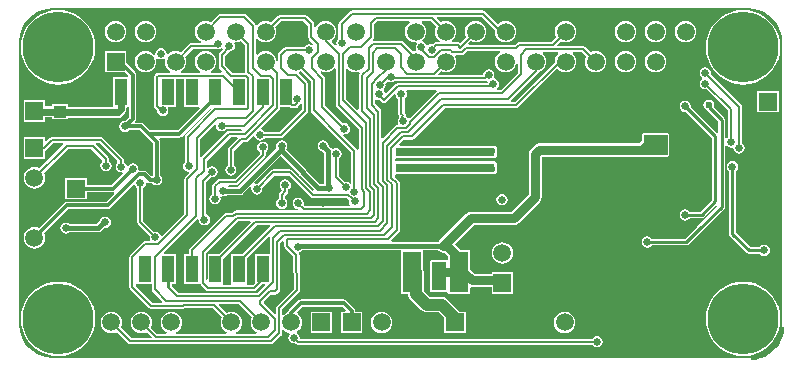
<source format=gbl>
G04 Layer_Physical_Order=2*
G04 Layer_Color=16711680*
%FSAX25Y25*%
%MOIN*%
G70*
G01*
G75*
%ADD38R,0.03937X0.03937*%
%ADD39R,0.08661X0.04134*%
%ADD41C,0.03150*%
%ADD42C,0.00800*%
%ADD43C,0.00799*%
%ADD44C,0.02362*%
%ADD45C,0.01181*%
%ADD46C,0.01500*%
%ADD47C,0.01000*%
%ADD60O,0.03937X0.06299*%
%ADD61C,0.05905*%
%ADD62R,0.05905X0.05905*%
%ADD63R,0.05905X0.05905*%
%ADD64C,0.23622*%
%ADD65C,0.02362*%
%ADD66C,0.01968*%
%ADD67C,0.02500*%
%ADD68R,0.03937X0.08661*%
%ADD69R,0.06102X0.13583*%
%ADD70C,0.03937*%
%ADD71R,0.11083X0.13236*%
%ADD72R,0.33071X0.03150*%
%ADD73R,0.33071X0.02756*%
%ADD74R,0.06004X0.03150*%
%ADD75R,0.07874X0.06594*%
%ADD76R,0.04823X0.09449*%
G36*
X0515594Y0395298D02*
Y0395297D01*
X0517315Y0395162D01*
X0518993Y0394759D01*
X0520587Y0394099D01*
X0522059Y0393197D01*
X0523371Y0392076D01*
X0524492Y0390764D01*
X0525394Y0389292D01*
X0526054Y0387698D01*
X0526457Y0386020D01*
X0526593Y0384299D01*
X0526593D01*
Y0289811D01*
X0526655Y0289500D01*
X0526831Y0289236D01*
X0527095Y0289060D01*
X0527401Y0289000D01*
X0527203Y0287502D01*
X0526803Y0286006D01*
X0526210Y0284576D01*
X0525436Y0283235D01*
X0524494Y0282007D01*
X0523399Y0280912D01*
X0522170Y0279969D01*
X0520830Y0279195D01*
X0519399Y0278603D01*
X0517904Y0278202D01*
X0516406Y0278005D01*
X0516345Y0278311D01*
X0516169Y0278574D01*
X0515905Y0278751D01*
X0515594Y0278813D01*
X0283311D01*
Y0278813D01*
X0281591Y0278948D01*
X0279912Y0279351D01*
X0278318Y0280012D01*
X0276847Y0280913D01*
X0275534Y0282034D01*
X0274413Y0283347D01*
X0273512Y0284818D01*
X0272851Y0286412D01*
X0272448Y0288090D01*
X0272313Y0289811D01*
X0272312D01*
Y0384299D01*
X0272313D01*
X0272448Y0386020D01*
X0272851Y0387698D01*
X0273512Y0389292D01*
X0274413Y0390764D01*
X0275534Y0392076D01*
X0276847Y0393197D01*
X0278318Y0394099D01*
X0279912Y0394759D01*
X0281591Y0395162D01*
X0283311Y0395297D01*
X0283311Y0395297D01*
Y0395297D01*
X0283811Y0395298D01*
X0515594Y0395298D01*
D02*
G37*
%LPC*%
G36*
X0513626Y0394780D02*
X0511679Y0394627D01*
X0509779Y0394171D01*
X0507974Y0393423D01*
X0506308Y0392403D01*
X0504823Y0391134D01*
X0503554Y0389648D01*
X0502533Y0387983D01*
X0501786Y0386178D01*
X0501330Y0384278D01*
X0501177Y0382331D01*
X0501330Y0380383D01*
X0501786Y0378484D01*
X0502533Y0376679D01*
X0503554Y0375013D01*
X0504823Y0373528D01*
X0506308Y0372259D01*
X0507974Y0371238D01*
X0509779Y0370491D01*
X0511679Y0370035D01*
X0513626Y0369881D01*
X0515574Y0370035D01*
X0517473Y0370491D01*
X0519278Y0371238D01*
X0520943Y0372259D01*
X0522429Y0373528D01*
X0523698Y0375013D01*
X0524719Y0376679D01*
X0525466Y0378484D01*
X0525922Y0380383D01*
X0526075Y0382331D01*
X0525922Y0384278D01*
X0525466Y0386178D01*
X0524719Y0387983D01*
X0523698Y0389648D01*
X0522429Y0391134D01*
X0520943Y0392403D01*
X0519278Y0393423D01*
X0517473Y0394171D01*
X0515574Y0394627D01*
X0513626Y0394780D01*
D02*
G37*
G36*
X0285279D02*
X0283332Y0394627D01*
X0281433Y0394171D01*
X0279628Y0393423D01*
X0277962Y0392403D01*
X0276477Y0391134D01*
X0275208Y0389648D01*
X0274187Y0387983D01*
X0273439Y0386178D01*
X0272983Y0384278D01*
X0272830Y0382331D01*
X0272983Y0380383D01*
X0273439Y0378484D01*
X0274187Y0376679D01*
X0275208Y0375013D01*
X0276477Y0373528D01*
X0277962Y0372259D01*
X0279628Y0371238D01*
X0281433Y0370491D01*
X0283332Y0370035D01*
X0285279Y0369881D01*
X0287227Y0370035D01*
X0289127Y0370491D01*
X0290931Y0371238D01*
X0292597Y0372259D01*
X0294083Y0373528D01*
X0295351Y0375013D01*
X0296372Y0376679D01*
X0297120Y0378484D01*
X0297576Y0380383D01*
X0297729Y0382331D01*
X0297576Y0384278D01*
X0297120Y0386178D01*
X0296372Y0387983D01*
X0295351Y0389648D01*
X0294083Y0391134D01*
X0292597Y0392403D01*
X0290931Y0393423D01*
X0289127Y0394171D01*
X0287227Y0394627D01*
X0285279Y0394780D01*
D02*
G37*
G36*
X0376628Y0294151D02*
X0369522D01*
Y0287046D01*
X0376628D01*
Y0294151D01*
D02*
G37*
G36*
X0484500Y0381083D02*
X0483572Y0380961D01*
X0482708Y0380603D01*
X0481966Y0380034D01*
X0481397Y0379292D01*
X0481039Y0378427D01*
X0480917Y0377500D01*
X0481039Y0376573D01*
X0481397Y0375708D01*
X0481966Y0374966D01*
X0482708Y0374397D01*
X0483572Y0374039D01*
X0484500Y0373917D01*
X0485428Y0374039D01*
X0486292Y0374397D01*
X0487034Y0374966D01*
X0487603Y0375708D01*
X0487961Y0376573D01*
X0488083Y0377500D01*
X0487961Y0378427D01*
X0487603Y0379292D01*
X0487034Y0380034D01*
X0486292Y0380603D01*
X0485428Y0380961D01*
X0484500Y0381083D01*
D02*
G37*
G36*
X0474500D02*
X0473572Y0380961D01*
X0472708Y0380603D01*
X0471966Y0380034D01*
X0471397Y0379292D01*
X0471039Y0378427D01*
X0470917Y0377500D01*
X0471039Y0376573D01*
X0471397Y0375708D01*
X0471966Y0374966D01*
X0472708Y0374397D01*
X0473572Y0374039D01*
X0474500Y0373917D01*
X0475427Y0374039D01*
X0476292Y0374397D01*
X0477034Y0374966D01*
X0477603Y0375708D01*
X0477961Y0376573D01*
X0478083Y0377500D01*
X0477961Y0378427D01*
X0477603Y0379292D01*
X0477034Y0380034D01*
X0476292Y0380603D01*
X0475427Y0380961D01*
X0474500Y0381083D01*
D02*
G37*
G36*
X0433410Y0317312D02*
X0432482Y0317190D01*
X0431618Y0316832D01*
X0430876Y0316262D01*
X0430306Y0315520D01*
X0429948Y0314656D01*
X0429826Y0313728D01*
X0429948Y0312801D01*
X0430306Y0311937D01*
X0430876Y0311194D01*
X0431618Y0310625D01*
X0432482Y0310267D01*
X0433410Y0310145D01*
X0434337Y0310267D01*
X0435201Y0310625D01*
X0435943Y0311194D01*
X0436513Y0311937D01*
X0436871Y0312801D01*
X0436993Y0313728D01*
X0436871Y0314656D01*
X0436513Y0315520D01*
X0435943Y0316262D01*
X0435201Y0316832D01*
X0434337Y0317190D01*
X0433410Y0317312D01*
D02*
G37*
G36*
X0501028Y0375654D02*
X0500306Y0375510D01*
X0499694Y0375101D01*
X0499285Y0374490D01*
X0499141Y0373768D01*
X0499285Y0373046D01*
X0499694Y0372434D01*
X0499899Y0372297D01*
Y0371695D01*
X0499694Y0371558D01*
X0499285Y0370946D01*
X0499141Y0370224D01*
X0499285Y0369503D01*
X0499694Y0368891D01*
X0500306Y0368482D01*
X0501028Y0368338D01*
X0501398Y0368412D01*
X0508571Y0361239D01*
Y0352280D01*
X0508257Y0352070D01*
X0508161Y0351926D01*
X0507661Y0352078D01*
Y0358055D01*
X0507661Y0358055D01*
X0507576Y0358484D01*
X0507332Y0358848D01*
X0507332Y0358848D01*
X0503866Y0362314D01*
X0503886Y0362344D01*
X0504025Y0363039D01*
X0503886Y0363734D01*
X0503493Y0364323D01*
X0502904Y0364717D01*
X0502209Y0364855D01*
X0501514Y0364717D01*
X0500925Y0364323D01*
X0500531Y0363734D01*
X0500393Y0363039D01*
X0500531Y0362344D01*
X0500925Y0361755D01*
X0501514Y0361362D01*
X0501680Y0361329D01*
X0505418Y0357591D01*
Y0353856D01*
X0504918Y0353649D01*
X0496171Y0362395D01*
X0496221Y0362646D01*
X0496077Y0363368D01*
X0495668Y0363979D01*
X0495056Y0364388D01*
X0494335Y0364532D01*
X0493613Y0364388D01*
X0493001Y0363979D01*
X0492592Y0363368D01*
X0492448Y0362646D01*
X0492592Y0361924D01*
X0493001Y0361312D01*
X0493613Y0360903D01*
X0494335Y0360759D01*
X0494585Y0360809D01*
X0503253Y0352142D01*
Y0331417D01*
X0499382Y0327547D01*
X0495810D01*
X0495668Y0327759D01*
X0495056Y0328168D01*
X0494335Y0328311D01*
X0493613Y0328168D01*
X0493001Y0327759D01*
X0492592Y0327147D01*
X0492448Y0326425D01*
X0492592Y0325703D01*
X0493001Y0325091D01*
X0493613Y0324682D01*
X0494335Y0324539D01*
X0495056Y0324682D01*
X0495668Y0325091D01*
X0495810Y0325304D01*
X0499846D01*
X0499847Y0325304D01*
X0500276Y0325389D01*
X0500639Y0325632D01*
X0504524Y0329516D01*
X0505066Y0329352D01*
X0505076Y0329304D01*
X0498266Y0322494D01*
X0498266Y0322494D01*
X0494264Y0318492D01*
X0483212D01*
X0483070Y0318704D01*
X0482458Y0319113D01*
X0481736Y0319256D01*
X0481014Y0319113D01*
X0480403Y0318704D01*
X0479994Y0318092D01*
X0479850Y0317370D01*
X0479994Y0316648D01*
X0480403Y0316036D01*
X0481014Y0315627D01*
X0481736Y0315484D01*
X0482458Y0315627D01*
X0483070Y0316036D01*
X0483212Y0316248D01*
X0494728D01*
X0494728Y0316248D01*
X0495157Y0316334D01*
X0495521Y0316577D01*
X0499852Y0320908D01*
X0499852Y0320908D01*
X0507332Y0328388D01*
X0507332Y0328388D01*
X0507576Y0328752D01*
X0507661Y0329181D01*
X0507661Y0329181D01*
Y0349394D01*
X0508161Y0349546D01*
X0508257Y0349402D01*
X0508869Y0348994D01*
X0509590Y0348850D01*
X0509900Y0348912D01*
X0510362Y0348669D01*
X0510505Y0347948D01*
X0510914Y0347336D01*
X0511526Y0346927D01*
X0512248Y0346783D01*
X0512970Y0346927D01*
X0513582Y0347336D01*
X0513991Y0347948D01*
X0514134Y0348669D01*
X0513991Y0349391D01*
X0513582Y0350003D01*
X0513268Y0350213D01*
Y0362547D01*
X0513190Y0362937D01*
X0512969Y0363268D01*
X0502840Y0373397D01*
X0502914Y0373768D01*
X0502770Y0374490D01*
X0502361Y0375101D01*
X0501749Y0375510D01*
X0501028Y0375654D01*
D02*
G37*
G36*
X0433311Y0333430D02*
X0432589Y0333286D01*
X0431977Y0332877D01*
X0431568Y0332265D01*
X0431425Y0331543D01*
X0431568Y0330821D01*
X0431977Y0330209D01*
X0432589Y0329801D01*
X0433311Y0329657D01*
X0434033Y0329801D01*
X0434645Y0330209D01*
X0435054Y0330821D01*
X0435197Y0331543D01*
X0435054Y0332265D01*
X0434645Y0332877D01*
X0434033Y0333286D01*
X0433311Y0333430D01*
D02*
G37*
G36*
X0301028Y0325851D02*
X0300306Y0325707D01*
X0299694Y0325298D01*
X0299285Y0324686D01*
X0299254Y0324531D01*
X0298095Y0323373D01*
X0289207D01*
X0288659Y0323739D01*
X0287937Y0323882D01*
X0287215Y0323739D01*
X0286603Y0323330D01*
X0286194Y0322718D01*
X0286051Y0321996D01*
X0286194Y0321274D01*
X0286603Y0320662D01*
X0287215Y0320253D01*
X0287937Y0320110D01*
X0288659Y0320253D01*
X0289207Y0320620D01*
X0298665D01*
X0299192Y0320724D01*
X0299639Y0321023D01*
X0300749Y0322134D01*
X0301028Y0322078D01*
X0301749Y0322222D01*
X0302361Y0322631D01*
X0302770Y0323243D01*
X0302914Y0323965D01*
X0302770Y0324686D01*
X0302361Y0325298D01*
X0301749Y0325707D01*
X0301028Y0325851D01*
D02*
G37*
G36*
X0525447Y0367773D02*
X0518341D01*
Y0360668D01*
X0525447D01*
Y0367773D01*
D02*
G37*
G36*
X0510083Y0344453D02*
X0509361Y0344310D01*
X0508749Y0343901D01*
X0508340Y0343289D01*
X0508196Y0342567D01*
X0508340Y0341845D01*
X0508749Y0341233D01*
X0508961Y0341091D01*
Y0320126D01*
X0508961Y0320126D01*
X0509047Y0319697D01*
X0509290Y0319333D01*
X0514801Y0313821D01*
X0515165Y0313578D01*
X0515594Y0313493D01*
X0515594Y0313493D01*
X0519237D01*
X0519379Y0313280D01*
X0519991Y0312872D01*
X0520713Y0312728D01*
X0521434Y0312872D01*
X0522046Y0313280D01*
X0522455Y0313892D01*
X0522599Y0314614D01*
X0522455Y0315336D01*
X0522046Y0315948D01*
X0521434Y0316357D01*
X0520713Y0316500D01*
X0519991Y0316357D01*
X0519379Y0315948D01*
X0519237Y0315736D01*
X0516059D01*
X0511204Y0320591D01*
Y0341091D01*
X0511416Y0341233D01*
X0511825Y0341845D01*
X0511969Y0342567D01*
X0511825Y0343289D01*
X0511416Y0343901D01*
X0510805Y0344310D01*
X0510083Y0344453D01*
D02*
G37*
G36*
X0474500Y0391083D02*
X0473572Y0390961D01*
X0472708Y0390603D01*
X0471966Y0390034D01*
X0471397Y0389292D01*
X0471039Y0388427D01*
X0470917Y0387500D01*
X0471039Y0386573D01*
X0471397Y0385708D01*
X0471966Y0384966D01*
X0472708Y0384397D01*
X0473572Y0384039D01*
X0474500Y0383917D01*
X0475427Y0384039D01*
X0476292Y0384397D01*
X0477034Y0384966D01*
X0477603Y0385708D01*
X0477961Y0386573D01*
X0478083Y0387500D01*
X0477961Y0388427D01*
X0477603Y0389292D01*
X0477034Y0390034D01*
X0476292Y0390603D01*
X0475427Y0390961D01*
X0474500Y0391083D01*
D02*
G37*
G36*
X0484500D02*
X0483572Y0390961D01*
X0482708Y0390603D01*
X0481966Y0390034D01*
X0481397Y0389292D01*
X0481039Y0388427D01*
X0480917Y0387500D01*
X0481039Y0386573D01*
X0481397Y0385708D01*
X0481966Y0384966D01*
X0482708Y0384397D01*
X0483572Y0384039D01*
X0484500Y0383917D01*
X0485428Y0384039D01*
X0486292Y0384397D01*
X0487034Y0384966D01*
X0487603Y0385708D01*
X0487961Y0386573D01*
X0488083Y0387500D01*
X0487961Y0388427D01*
X0487603Y0389292D01*
X0487034Y0390034D01*
X0486292Y0390603D01*
X0485428Y0390961D01*
X0484500Y0391083D01*
D02*
G37*
G36*
X0285279Y0304229D02*
X0283332Y0304076D01*
X0281433Y0303620D01*
X0279628Y0302872D01*
X0277962Y0301851D01*
X0276477Y0300583D01*
X0275208Y0299097D01*
X0274187Y0297431D01*
X0273439Y0295627D01*
X0272983Y0293727D01*
X0272830Y0291779D01*
X0272983Y0289832D01*
X0273439Y0287932D01*
X0274187Y0286128D01*
X0275208Y0284462D01*
X0276477Y0282977D01*
X0277962Y0281708D01*
X0279628Y0280687D01*
X0281433Y0279939D01*
X0283332Y0279483D01*
X0285279Y0279330D01*
X0287227Y0279483D01*
X0289127Y0279939D01*
X0290931Y0280687D01*
X0292597Y0281708D01*
X0294083Y0282977D01*
X0295351Y0284462D01*
X0296372Y0286128D01*
X0297120Y0287932D01*
X0297576Y0289832D01*
X0297729Y0291779D01*
X0297576Y0293727D01*
X0297120Y0295627D01*
X0296372Y0297431D01*
X0295351Y0299097D01*
X0294083Y0300583D01*
X0292597Y0301851D01*
X0290931Y0302872D01*
X0289127Y0303620D01*
X0287227Y0304076D01*
X0285279Y0304229D01*
D02*
G37*
G36*
X0314500Y0391083D02*
X0313573Y0390961D01*
X0312708Y0390603D01*
X0311966Y0390034D01*
X0311397Y0389292D01*
X0311039Y0388427D01*
X0310917Y0387500D01*
X0311039Y0386573D01*
X0311397Y0385708D01*
X0311966Y0384966D01*
X0312708Y0384397D01*
X0313573Y0384039D01*
X0314500Y0383917D01*
X0315427Y0384039D01*
X0316292Y0384397D01*
X0317034Y0384966D01*
X0317603Y0385708D01*
X0317961Y0386573D01*
X0318083Y0387500D01*
X0317961Y0388427D01*
X0317603Y0389292D01*
X0317034Y0390034D01*
X0316292Y0390603D01*
X0315427Y0390961D01*
X0314500Y0391083D01*
D02*
G37*
G36*
X0513626Y0304229D02*
X0511679Y0304076D01*
X0509779Y0303620D01*
X0507974Y0302872D01*
X0506308Y0301851D01*
X0504823Y0300583D01*
X0503554Y0299097D01*
X0502533Y0297431D01*
X0501786Y0295627D01*
X0501330Y0293727D01*
X0501177Y0291779D01*
X0501330Y0289832D01*
X0501786Y0287932D01*
X0502533Y0286128D01*
X0503554Y0284462D01*
X0504823Y0282977D01*
X0506308Y0281708D01*
X0507974Y0280687D01*
X0509779Y0279939D01*
X0511679Y0279483D01*
X0513626Y0279330D01*
X0515574Y0279483D01*
X0517473Y0279939D01*
X0519278Y0280687D01*
X0520943Y0281708D01*
X0522429Y0282977D01*
X0523698Y0284462D01*
X0524719Y0286128D01*
X0525466Y0287932D01*
X0525922Y0289832D01*
X0526075Y0291779D01*
X0525922Y0293727D01*
X0525466Y0295627D01*
X0524719Y0297431D01*
X0523698Y0299097D01*
X0522429Y0300583D01*
X0520943Y0301851D01*
X0519278Y0302872D01*
X0517473Y0303620D01*
X0515574Y0304076D01*
X0513626Y0304229D01*
D02*
G37*
G36*
X0304500Y0391083D02*
X0303573Y0390961D01*
X0302708Y0390603D01*
X0301966Y0390034D01*
X0301397Y0389292D01*
X0301039Y0388427D01*
X0300917Y0387500D01*
X0301039Y0386573D01*
X0301397Y0385708D01*
X0301966Y0384966D01*
X0302708Y0384397D01*
X0303573Y0384039D01*
X0304500Y0383917D01*
X0305427Y0384039D01*
X0306292Y0384397D01*
X0307034Y0384966D01*
X0307603Y0385708D01*
X0307961Y0386573D01*
X0308083Y0387500D01*
X0307961Y0388427D01*
X0307603Y0389292D01*
X0307034Y0390034D01*
X0306292Y0390603D01*
X0305427Y0390961D01*
X0304500Y0391083D01*
D02*
G37*
G36*
X0393154Y0294182D02*
X0392226Y0294060D01*
X0391362Y0293702D01*
X0390620Y0293132D01*
X0390050Y0292390D01*
X0389692Y0291526D01*
X0389570Y0290598D01*
X0389692Y0289671D01*
X0390050Y0288807D01*
X0390620Y0288065D01*
X0391362Y0287495D01*
X0392226Y0287137D01*
X0393154Y0287015D01*
X0394081Y0287137D01*
X0394945Y0287495D01*
X0395687Y0288065D01*
X0396257Y0288807D01*
X0396615Y0289671D01*
X0396737Y0290598D01*
X0396615Y0291526D01*
X0396257Y0292390D01*
X0395687Y0293132D01*
X0394945Y0293702D01*
X0394081Y0294060D01*
X0393154Y0294182D01*
D02*
G37*
G36*
X0454177D02*
X0453250Y0294060D01*
X0452386Y0293702D01*
X0451643Y0293132D01*
X0451074Y0292390D01*
X0450716Y0291526D01*
X0450594Y0290598D01*
X0450716Y0289671D01*
X0451074Y0288807D01*
X0451643Y0288065D01*
X0452386Y0287495D01*
X0453250Y0287137D01*
X0454177Y0287015D01*
X0455105Y0287137D01*
X0455969Y0287495D01*
X0456711Y0288065D01*
X0457280Y0288807D01*
X0457639Y0289671D01*
X0457761Y0290598D01*
X0457639Y0291526D01*
X0457280Y0292390D01*
X0456711Y0293132D01*
X0455969Y0293702D01*
X0455105Y0294060D01*
X0454177Y0294182D01*
D02*
G37*
G36*
X0426913Y0394571D02*
X0383311D01*
X0382921Y0394493D01*
X0382590Y0394272D01*
X0379047Y0390729D01*
X0378826Y0390398D01*
X0378748Y0390008D01*
Y0385187D01*
X0378532Y0385042D01*
X0378123Y0384431D01*
X0377980Y0383709D01*
X0378123Y0382987D01*
X0378149Y0382949D01*
X0377760Y0382630D01*
X0376434Y0383957D01*
X0376523Y0384575D01*
X0377034Y0384966D01*
X0377603Y0385708D01*
X0377961Y0386573D01*
X0378083Y0387500D01*
X0377961Y0388427D01*
X0377603Y0389292D01*
X0377034Y0390034D01*
X0376292Y0390603D01*
X0375427Y0390961D01*
X0374500Y0391083D01*
X0373573Y0390961D01*
X0372708Y0390603D01*
X0371966Y0390034D01*
X0371397Y0389292D01*
X0371248Y0388932D01*
X0370747Y0389031D01*
Y0389909D01*
X0370670Y0390300D01*
X0370449Y0390630D01*
X0368185Y0392894D01*
X0367855Y0393115D01*
X0367465Y0393192D01*
X0359295D01*
X0358905Y0393115D01*
X0358575Y0392894D01*
X0356286Y0390606D01*
X0355427Y0390961D01*
X0354500Y0391083D01*
X0353573Y0390961D01*
X0352708Y0390603D01*
X0351966Y0390034D01*
X0351790Y0389805D01*
X0351584Y0389806D01*
X0351225Y0389890D01*
X0351059Y0390138D01*
X0348107Y0393091D01*
X0347776Y0393312D01*
X0347386Y0393389D01*
X0339370D01*
X0338980Y0393312D01*
X0338649Y0393091D01*
X0336200Y0390641D01*
X0335427Y0390961D01*
X0334500Y0391083D01*
X0333573Y0390961D01*
X0332708Y0390603D01*
X0331966Y0390034D01*
X0331397Y0389292D01*
X0331039Y0388427D01*
X0330917Y0387500D01*
X0331039Y0386573D01*
X0331397Y0385708D01*
X0331966Y0384966D01*
X0332708Y0384397D01*
X0333077Y0384244D01*
X0332977Y0383744D01*
X0329724D01*
X0329334Y0383666D01*
X0329004Y0383445D01*
X0326200Y0380642D01*
X0325427Y0380961D01*
X0324500Y0381083D01*
X0323573Y0380961D01*
X0322708Y0380603D01*
X0322006Y0380064D01*
X0321783Y0380110D01*
X0321500Y0380247D01*
X0321373Y0380887D01*
X0320964Y0381499D01*
X0320352Y0381908D01*
X0319630Y0382052D01*
X0318908Y0381908D01*
X0318296Y0381499D01*
X0317887Y0380887D01*
X0317744Y0380165D01*
X0317807Y0379848D01*
X0317339Y0379636D01*
X0317034Y0380034D01*
X0316292Y0380603D01*
X0315427Y0380961D01*
X0314500Y0381083D01*
X0313573Y0380961D01*
X0312708Y0380603D01*
X0311966Y0380034D01*
X0311397Y0379292D01*
X0311039Y0378427D01*
X0310917Y0377500D01*
X0311039Y0376573D01*
X0311397Y0375708D01*
X0311966Y0374966D01*
X0312708Y0374397D01*
X0313573Y0374039D01*
X0314500Y0373917D01*
X0315427Y0374039D01*
X0316292Y0374397D01*
X0317034Y0374966D01*
X0317603Y0375708D01*
X0317961Y0376573D01*
X0318083Y0377500D01*
X0317961Y0378427D01*
X0318317Y0378783D01*
X0318350Y0378796D01*
X0318908Y0378423D01*
X0319630Y0378279D01*
X0320352Y0378423D01*
X0320577Y0378573D01*
X0320642Y0378552D01*
X0321018Y0378266D01*
X0320917Y0377500D01*
X0321039Y0376573D01*
X0321397Y0375708D01*
X0321966Y0374966D01*
X0322703Y0374401D01*
X0322705Y0374383D01*
X0322598Y0373901D01*
X0318744D01*
X0318354Y0373823D01*
X0318023Y0373603D01*
X0317433Y0373012D01*
X0317212Y0372681D01*
X0317134Y0372291D01*
Y0362744D01*
X0317212Y0362354D01*
X0317433Y0362023D01*
X0318251Y0361205D01*
X0318382Y0360550D01*
X0318791Y0359938D01*
X0319403Y0359529D01*
X0320124Y0359385D01*
X0320846Y0359529D01*
X0321458Y0359938D01*
X0321867Y0360550D01*
X0322011Y0361272D01*
X0321867Y0361994D01*
X0321798Y0362097D01*
X0322034Y0362538D01*
X0324561D01*
Y0371863D01*
X0327298D01*
Y0362538D01*
X0331942D01*
X0332082Y0362538D01*
X0332491Y0362094D01*
X0332487Y0361964D01*
X0325131Y0354608D01*
X0316097D01*
X0313894Y0356811D01*
X0313500Y0357074D01*
X0313035Y0357167D01*
X0313035Y0357167D01*
X0311206D01*
X0311089Y0357448D01*
X0311048Y0357667D01*
X0311303Y0358047D01*
X0311395Y0358512D01*
Y0373177D01*
X0311395Y0373177D01*
X0311303Y0373642D01*
X0311039Y0374036D01*
X0311039Y0374036D01*
X0308157Y0376917D01*
X0308053Y0376987D01*
Y0381053D01*
X0300947D01*
Y0373947D01*
X0307694D01*
X0308742Y0372899D01*
X0308535Y0372399D01*
X0303676D01*
Y0362538D01*
X0303235Y0362395D01*
X0288439D01*
Y0363442D01*
X0283302D01*
Y0362690D01*
X0280958D01*
Y0364624D01*
X0273853D01*
Y0357518D01*
X0280958D01*
Y0359058D01*
X0283302D01*
Y0358306D01*
X0288439D01*
Y0358763D01*
X0305161D01*
X0305856Y0358901D01*
X0306446Y0359295D01*
X0307528Y0360377D01*
X0307922Y0360966D01*
X0308060Y0361661D01*
Y0362184D01*
X0308347Y0362471D01*
X0308859Y0362406D01*
X0308967Y0362102D01*
Y0359015D01*
X0307764Y0357811D01*
X0307622Y0357839D01*
X0306900Y0357695D01*
X0306288Y0357287D01*
X0305879Y0356675D01*
X0305736Y0355953D01*
X0305879Y0355231D01*
X0306288Y0354619D01*
X0306900Y0354210D01*
X0307622Y0354066D01*
X0308344Y0354210D01*
X0308956Y0354619D01*
X0309036Y0354739D01*
X0312533D01*
X0314736Y0352535D01*
X0314736Y0352535D01*
X0316940Y0350332D01*
Y0339650D01*
X0316820Y0339570D01*
X0316289Y0339553D01*
X0314977Y0340866D01*
X0314583Y0341129D01*
X0314118Y0341222D01*
X0314118Y0341222D01*
X0312466D01*
X0312039Y0341638D01*
X0312067Y0341779D01*
X0311924Y0342501D01*
X0311515Y0343113D01*
X0310903Y0343522D01*
X0310181Y0343666D01*
X0309459Y0343522D01*
X0308847Y0343113D01*
X0308665Y0342840D01*
X0308134Y0342946D01*
X0308085Y0343190D01*
X0307676Y0343802D01*
X0307362Y0344012D01*
Y0344634D01*
X0307284Y0345024D01*
X0307064Y0345355D01*
X0300272Y0352146D01*
X0299941Y0352367D01*
X0299551Y0352445D01*
X0283311D01*
X0282921Y0352367D01*
X0282590Y0352146D01*
X0281420Y0350976D01*
X0280958Y0351168D01*
Y0352340D01*
X0273853D01*
Y0345235D01*
X0280958D01*
Y0347825D01*
X0281063Y0347845D01*
X0281394Y0348066D01*
X0283733Y0350406D01*
X0286875D01*
X0287082Y0349906D01*
X0279105Y0341929D01*
X0278333Y0342249D01*
X0277406Y0342371D01*
X0276478Y0342249D01*
X0275614Y0341891D01*
X0274872Y0341321D01*
X0274302Y0340579D01*
X0273944Y0339715D01*
X0273822Y0338787D01*
X0273944Y0337860D01*
X0274302Y0336996D01*
X0274872Y0336253D01*
X0275614Y0335684D01*
X0276478Y0335326D01*
X0277406Y0335204D01*
X0278333Y0335326D01*
X0279197Y0335684D01*
X0279939Y0336253D01*
X0280509Y0336996D01*
X0280867Y0337860D01*
X0280989Y0338787D01*
X0280867Y0339715D01*
X0280547Y0340487D01*
X0288596Y0348535D01*
X0296373D01*
X0300060Y0344848D01*
X0300018Y0344281D01*
X0299891Y0344196D01*
X0299482Y0343584D01*
X0299338Y0342862D01*
X0299482Y0342140D01*
X0299891Y0341528D01*
X0300503Y0341120D01*
X0301224Y0340976D01*
X0301946Y0341120D01*
X0302558Y0341528D01*
X0302967Y0342140D01*
X0303111Y0342862D01*
X0302967Y0343584D01*
X0302558Y0344196D01*
X0302244Y0344406D01*
Y0345126D01*
X0302166Y0345516D01*
X0301945Y0345847D01*
X0297887Y0349906D01*
X0298094Y0350406D01*
X0299129D01*
X0305096Y0344438D01*
X0305045Y0343827D01*
X0305009Y0343802D01*
X0304600Y0343190D01*
X0304456Y0342469D01*
X0304600Y0341747D01*
X0305009Y0341135D01*
X0305621Y0340726D01*
X0306343Y0340582D01*
X0306614Y0340636D01*
X0306860Y0340176D01*
X0303025Y0336340D01*
X0294836D01*
Y0338679D01*
X0287731D01*
Y0331573D01*
X0294836D01*
Y0333912D01*
X0303527D01*
X0303528Y0333912D01*
X0303770Y0333960D01*
X0304016Y0333500D01*
X0301306Y0330789D01*
X0288193D01*
X0288193Y0330789D01*
X0287728Y0330696D01*
X0287335Y0330433D01*
X0287334Y0330433D01*
X0278911Y0322009D01*
X0278333Y0322249D01*
X0277406Y0322371D01*
X0276478Y0322249D01*
X0275614Y0321891D01*
X0274872Y0321321D01*
X0274302Y0320579D01*
X0273944Y0319715D01*
X0273822Y0318787D01*
X0273944Y0317860D01*
X0274302Y0316996D01*
X0274872Y0316253D01*
X0275614Y0315684D01*
X0276478Y0315326D01*
X0277406Y0315204D01*
X0278333Y0315326D01*
X0279197Y0315684D01*
X0279939Y0316253D01*
X0280509Y0316996D01*
X0280867Y0317860D01*
X0280989Y0318787D01*
X0280867Y0319715D01*
X0280627Y0320293D01*
X0288696Y0328361D01*
X0301808D01*
X0301808Y0328361D01*
X0302273Y0328453D01*
X0302667Y0328716D01*
X0310504Y0336554D01*
X0310982Y0336409D01*
X0310998Y0336333D01*
X0311406Y0335721D01*
X0311721Y0335511D01*
Y0323965D01*
X0311799Y0323574D01*
X0312019Y0323244D01*
X0315947Y0319316D01*
X0315874Y0318945D01*
X0316017Y0318223D01*
X0316062Y0318155D01*
X0315827Y0317714D01*
X0314329D01*
X0313939Y0317637D01*
X0313608Y0317416D01*
X0309362Y0313170D01*
X0309141Y0312839D01*
X0309064Y0312449D01*
Y0302508D01*
X0309141Y0302118D01*
X0309362Y0301787D01*
X0315661Y0295488D01*
X0315992Y0295267D01*
X0316382Y0295189D01*
X0326786D01*
X0327122Y0295256D01*
X0336976D01*
X0339933Y0292298D01*
X0339614Y0291526D01*
X0339491Y0290598D01*
X0339614Y0289671D01*
X0339971Y0288807D01*
X0340541Y0288065D01*
X0341283Y0287495D01*
X0341528Y0287394D01*
X0341429Y0286894D01*
X0324721D01*
X0324622Y0287394D01*
X0324867Y0287495D01*
X0325609Y0288065D01*
X0326178Y0288807D01*
X0326536Y0289671D01*
X0326658Y0290598D01*
X0326536Y0291526D01*
X0326178Y0292390D01*
X0325609Y0293132D01*
X0324867Y0293702D01*
X0324002Y0294060D01*
X0323075Y0294182D01*
X0322147Y0294060D01*
X0321283Y0293702D01*
X0320541Y0293132D01*
X0319971Y0292390D01*
X0319614Y0291526D01*
X0319491Y0290598D01*
X0319614Y0289671D01*
X0319971Y0288807D01*
X0320541Y0288065D01*
X0321283Y0287495D01*
X0321528Y0287394D01*
X0321429Y0286894D01*
X0318221D01*
X0316216Y0288899D01*
X0316536Y0289671D01*
X0316658Y0290598D01*
X0316536Y0291526D01*
X0316178Y0292390D01*
X0315609Y0293132D01*
X0314866Y0293702D01*
X0314002Y0294060D01*
X0313075Y0294182D01*
X0312147Y0294060D01*
X0311283Y0293702D01*
X0310541Y0293132D01*
X0309971Y0292390D01*
X0309613Y0291526D01*
X0309491Y0290598D01*
X0309613Y0289671D01*
X0309971Y0288807D01*
X0310541Y0288065D01*
X0311283Y0287495D01*
X0312147Y0287137D01*
X0313075Y0287015D01*
X0314002Y0287137D01*
X0314774Y0287457D01*
X0316451Y0285781D01*
X0316259Y0285319D01*
X0309796D01*
X0306216Y0288899D01*
X0306536Y0289671D01*
X0306658Y0290598D01*
X0306536Y0291526D01*
X0306178Y0292390D01*
X0305609Y0293132D01*
X0304867Y0293702D01*
X0304002Y0294060D01*
X0303075Y0294182D01*
X0302147Y0294060D01*
X0301283Y0293702D01*
X0300541Y0293132D01*
X0299972Y0292390D01*
X0299613Y0291526D01*
X0299491Y0290598D01*
X0299613Y0289671D01*
X0299972Y0288807D01*
X0300541Y0288065D01*
X0301283Y0287495D01*
X0302147Y0287137D01*
X0303075Y0287015D01*
X0304002Y0287137D01*
X0304774Y0287457D01*
X0308653Y0283578D01*
X0308984Y0283357D01*
X0309374Y0283280D01*
X0356343D01*
X0356733Y0283357D01*
X0357064Y0283578D01*
X0359721Y0286236D01*
X0359942Y0286566D01*
X0360020Y0286957D01*
Y0287966D01*
X0360493Y0288127D01*
X0360541Y0288065D01*
X0361283Y0287495D01*
X0362147Y0287137D01*
X0362224Y0287127D01*
X0362441Y0286594D01*
X0362179Y0286202D01*
X0362035Y0285480D01*
X0362179Y0284758D01*
X0362587Y0284146D01*
X0363199Y0283738D01*
X0363921Y0283594D01*
X0364292Y0283668D01*
X0364480Y0283480D01*
X0364811Y0283259D01*
X0365201Y0283182D01*
X0463460D01*
X0463670Y0282867D01*
X0464282Y0282458D01*
X0465004Y0282315D01*
X0465726Y0282458D01*
X0466338Y0282867D01*
X0466747Y0283479D01*
X0466890Y0284201D01*
X0466747Y0284923D01*
X0466338Y0285535D01*
X0465726Y0285943D01*
X0465004Y0286087D01*
X0464282Y0285943D01*
X0463670Y0285535D01*
X0463460Y0285220D01*
X0366021D01*
X0365808Y0285480D01*
X0365664Y0286202D01*
X0365255Y0286814D01*
X0364977Y0287000D01*
X0364942Y0287158D01*
X0364992Y0287591D01*
X0365609Y0288065D01*
X0366178Y0288807D01*
X0366536Y0289671D01*
X0366658Y0290598D01*
X0366536Y0291526D01*
X0366178Y0292390D01*
X0365609Y0293132D01*
X0365120Y0293507D01*
X0365039Y0294134D01*
X0366786Y0295881D01*
X0379954D01*
X0381221Y0294613D01*
X0381030Y0294151D01*
X0379601D01*
Y0287046D01*
X0386706D01*
Y0294151D01*
X0384367D01*
Y0294398D01*
X0384275Y0294862D01*
X0384012Y0295256D01*
X0384012Y0295256D01*
X0381315Y0297953D01*
X0380921Y0298216D01*
X0380457Y0298308D01*
X0380457Y0298308D01*
X0366283D01*
X0365819Y0298216D01*
X0365425Y0297953D01*
X0365425Y0297953D01*
X0362216Y0294744D01*
X0361953Y0294350D01*
X0361873Y0293946D01*
X0361283Y0293702D01*
X0360541Y0293132D01*
X0360493Y0293070D01*
X0360020Y0293231D01*
Y0294999D01*
X0365538Y0300517D01*
X0365539Y0300519D01*
X0365541Y0300520D01*
X0365649Y0300684D01*
X0365758Y0300848D01*
X0365759Y0300850D01*
X0365760Y0300852D01*
X0365798Y0301045D01*
X0365836Y0301238D01*
X0365836Y0301240D01*
X0365836Y0301243D01*
X0365779Y0313158D01*
X0365739Y0313351D01*
X0365701Y0313543D01*
X0365700Y0313545D01*
X0365699Y0313548D01*
X0365670Y0313591D01*
X0365755Y0313943D01*
X0365900Y0314146D01*
X0365923Y0314151D01*
X0366535Y0314560D01*
X0366638Y0314714D01*
X0399640D01*
Y0299939D01*
X0401994D01*
X0402069Y0299377D01*
X0402327Y0298752D01*
X0402739Y0298215D01*
X0406282Y0294672D01*
X0406819Y0294260D01*
X0407444Y0294002D01*
X0408114Y0293913D01*
X0412159D01*
X0414010Y0292062D01*
Y0287046D01*
X0421116D01*
Y0294151D01*
X0419249D01*
X0415064Y0298336D01*
X0414528Y0298747D01*
X0413903Y0299006D01*
X0413232Y0299095D01*
X0409187D01*
X0407162Y0301120D01*
Y0307528D01*
X0407073Y0308198D01*
X0406943Y0308514D01*
Y0314714D01*
X0412029D01*
X0412156Y0314523D01*
X0412876Y0314042D01*
X0413724Y0313873D01*
X0413943Y0313917D01*
X0415388Y0312472D01*
Y0311569D01*
X0414888Y0311310D01*
X0414610Y0311425D01*
X0409787D01*
X0409328Y0311235D01*
X0409138Y0310776D01*
Y0301327D01*
X0409328Y0300868D01*
X0409787Y0300677D01*
X0414610D01*
X0414888Y0300793D01*
X0415388Y0300533D01*
Y0299939D01*
X0422690D01*
Y0302110D01*
X0423077Y0302428D01*
X0423232Y0302397D01*
X0423232Y0302397D01*
X0429857D01*
Y0300176D01*
X0436962D01*
Y0307281D01*
X0429857D01*
Y0306832D01*
X0424151D01*
X0422690Y0308292D01*
Y0314722D01*
X0419410D01*
X0417451Y0316681D01*
X0423796Y0323027D01*
X0437248D01*
X0437248Y0323027D01*
X0438097Y0323196D01*
X0438816Y0323676D01*
X0445903Y0330763D01*
X0445903Y0330763D01*
X0446383Y0331482D01*
X0446552Y0332331D01*
Y0345782D01*
X0446631Y0345861D01*
X0479768D01*
X0479768Y0345861D01*
X0480289Y0345965D01*
X0480555Y0345854D01*
X0488429D01*
X0488888Y0346045D01*
X0489079Y0346504D01*
Y0353098D01*
X0488888Y0353558D01*
X0488429Y0353748D01*
X0480555D01*
X0480096Y0353558D01*
X0479906Y0353098D01*
Y0351353D01*
X0478849Y0350296D01*
X0445713D01*
X0445713Y0350296D01*
X0444864Y0350127D01*
X0444145Y0349647D01*
X0444145Y0349647D01*
X0442767Y0348269D01*
X0442286Y0347549D01*
X0442117Y0346701D01*
X0442117Y0346701D01*
Y0333249D01*
X0436330Y0327462D01*
X0422878D01*
X0422878Y0327462D01*
X0422029Y0327293D01*
X0421310Y0326812D01*
X0412747Y0318249D01*
X0412747Y0318249D01*
X0412747Y0318249D01*
X0412156Y0317658D01*
X0412029Y0317467D01*
X0396581D01*
X0396374Y0317967D01*
X0398993Y0320586D01*
X0399214Y0320917D01*
X0399291Y0321307D01*
Y0336967D01*
X0399214Y0337357D01*
X0398993Y0337688D01*
X0397468Y0339213D01*
X0397494Y0339668D01*
X0397878Y0339949D01*
X0430949D01*
X0431408Y0340139D01*
X0431598Y0340598D01*
Y0343748D01*
X0431408Y0344207D01*
X0430949Y0344397D01*
X0397878D01*
X0397859Y0344390D01*
X0397443Y0344667D01*
Y0345191D01*
X0397859Y0345469D01*
X0397878Y0345461D01*
X0430949D01*
X0431408Y0345651D01*
X0431598Y0346110D01*
Y0348866D01*
X0431408Y0349325D01*
X0430949Y0349516D01*
X0399208D01*
X0399017Y0349977D01*
X0400597Y0351557D01*
X0403262D01*
X0403652Y0351635D01*
X0403983Y0351856D01*
X0414147Y0362020D01*
X0438035D01*
X0438426Y0362097D01*
X0438756Y0362318D01*
X0451454Y0375016D01*
X0451953Y0374983D01*
X0451966Y0374966D01*
X0452708Y0374397D01*
X0453573Y0374039D01*
X0454500Y0373917D01*
X0455428Y0374039D01*
X0456292Y0374397D01*
X0457034Y0374966D01*
X0457603Y0375708D01*
X0457961Y0376573D01*
X0458083Y0377500D01*
X0457961Y0378427D01*
X0457603Y0379292D01*
X0457034Y0380034D01*
X0456918Y0380123D01*
X0457088Y0380623D01*
X0459936D01*
X0461359Y0379200D01*
X0461039Y0378427D01*
X0460917Y0377500D01*
X0461039Y0376573D01*
X0461397Y0375708D01*
X0461966Y0374966D01*
X0462708Y0374397D01*
X0463573Y0374039D01*
X0464500Y0373917D01*
X0465427Y0374039D01*
X0466292Y0374397D01*
X0467034Y0374966D01*
X0467603Y0375708D01*
X0467961Y0376573D01*
X0468083Y0377500D01*
X0467961Y0378427D01*
X0467603Y0379292D01*
X0467034Y0380034D01*
X0466292Y0380603D01*
X0465427Y0380961D01*
X0464500Y0381083D01*
X0463573Y0380961D01*
X0462800Y0380641D01*
X0461079Y0382362D01*
X0460748Y0382583D01*
X0460358Y0382661D01*
X0451756D01*
X0451565Y0383123D01*
X0452800Y0384359D01*
X0453573Y0384039D01*
X0454500Y0383917D01*
X0455428Y0384039D01*
X0456292Y0384397D01*
X0457034Y0384966D01*
X0457603Y0385708D01*
X0457961Y0386573D01*
X0458083Y0387500D01*
X0457961Y0388427D01*
X0457603Y0389292D01*
X0457034Y0390034D01*
X0456292Y0390603D01*
X0455428Y0390961D01*
X0454500Y0391083D01*
X0453573Y0390961D01*
X0452708Y0390603D01*
X0451966Y0390034D01*
X0451397Y0389292D01*
X0451039Y0388427D01*
X0450917Y0387500D01*
X0451039Y0386573D01*
X0451359Y0385800D01*
X0449696Y0384138D01*
X0438921D01*
X0438531Y0384060D01*
X0438200Y0383839D01*
X0437528Y0383167D01*
X0422262D01*
X0422071Y0383629D01*
X0422800Y0384359D01*
X0423572Y0384039D01*
X0424500Y0383917D01*
X0425427Y0384039D01*
X0426292Y0384397D01*
X0427034Y0384966D01*
X0427603Y0385708D01*
X0427961Y0386573D01*
X0428083Y0387500D01*
X0427961Y0388427D01*
X0427603Y0389292D01*
X0427034Y0390034D01*
X0426292Y0390603D01*
X0425427Y0390961D01*
X0424500Y0391083D01*
X0423572Y0390961D01*
X0422708Y0390603D01*
X0421966Y0390034D01*
X0421397Y0389292D01*
X0421039Y0388427D01*
X0420917Y0387500D01*
X0421039Y0386573D01*
X0421358Y0385800D01*
X0419232Y0383674D01*
X0419161Y0383746D01*
X0418830Y0383967D01*
X0418440Y0384044D01*
X0416654D01*
X0416484Y0384544D01*
X0417034Y0384966D01*
X0417603Y0385708D01*
X0417961Y0386573D01*
X0418083Y0387500D01*
X0417961Y0388427D01*
X0417603Y0389292D01*
X0417034Y0390034D01*
X0416292Y0390603D01*
X0415427Y0390961D01*
X0414500Y0391083D01*
X0413573Y0390961D01*
X0412800Y0390641D01*
X0411372Y0392070D01*
X0411563Y0392532D01*
X0426491D01*
X0430987Y0388035D01*
X0430917Y0387500D01*
X0431039Y0386573D01*
X0431397Y0385708D01*
X0431966Y0384966D01*
X0432708Y0384397D01*
X0433572Y0384039D01*
X0434500Y0383917D01*
X0435428Y0384039D01*
X0436292Y0384397D01*
X0437034Y0384966D01*
X0437603Y0385708D01*
X0437961Y0386573D01*
X0438083Y0387500D01*
X0437961Y0388427D01*
X0437603Y0389292D01*
X0437034Y0390034D01*
X0436292Y0390603D01*
X0435428Y0390961D01*
X0434500Y0391083D01*
X0433572Y0390961D01*
X0432708Y0390603D01*
X0431966Y0390034D01*
X0431878Y0390028D01*
X0427634Y0394272D01*
X0427304Y0394493D01*
X0426913Y0394571D01*
D02*
G37*
G36*
X0494500Y0391083D02*
X0493573Y0390961D01*
X0492708Y0390603D01*
X0491966Y0390034D01*
X0491397Y0389292D01*
X0491039Y0388427D01*
X0490917Y0387500D01*
X0491039Y0386573D01*
X0491397Y0385708D01*
X0491966Y0384966D01*
X0492708Y0384397D01*
X0493573Y0384039D01*
X0494500Y0383917D01*
X0495428Y0384039D01*
X0496292Y0384397D01*
X0497034Y0384966D01*
X0497603Y0385708D01*
X0497961Y0386573D01*
X0498083Y0387500D01*
X0497961Y0388427D01*
X0497603Y0389292D01*
X0497034Y0390034D01*
X0496292Y0390603D01*
X0495428Y0390961D01*
X0494500Y0391083D01*
D02*
G37*
%LPD*%
G36*
X0365703Y0339823D02*
X0365901Y0339527D01*
X0370484Y0334943D01*
X0370320Y0334401D01*
X0370287Y0334394D01*
X0363377Y0341305D01*
X0363046Y0341526D01*
X0362656Y0341603D01*
X0357018D01*
X0356628Y0341526D01*
X0356298Y0341305D01*
X0351895Y0336902D01*
X0351524Y0336976D01*
X0350923Y0336856D01*
X0350639Y0337279D01*
X0359443Y0346083D01*
X0365703Y0339823D01*
D02*
G37*
G36*
X0316544Y0301622D02*
X0316621Y0301232D01*
X0316842Y0300901D01*
X0320054Y0297690D01*
X0319863Y0297228D01*
X0316804D01*
X0311146Y0302886D01*
X0311208Y0303386D01*
X0311550Y0303483D01*
Y0303483D01*
X0316544D01*
Y0301622D01*
D02*
G37*
G36*
X0349934Y0292298D02*
X0349613Y0291526D01*
X0349491Y0290598D01*
X0349613Y0289671D01*
X0349972Y0288807D01*
X0350541Y0288065D01*
X0351283Y0287495D01*
X0351528Y0287394D01*
X0351429Y0286894D01*
X0344721D01*
X0344621Y0287394D01*
X0344866Y0287495D01*
X0345609Y0288065D01*
X0346178Y0288807D01*
X0346536Y0289671D01*
X0346658Y0290598D01*
X0346536Y0291526D01*
X0346178Y0292390D01*
X0345609Y0293132D01*
X0344866Y0293702D01*
X0344002Y0294060D01*
X0343075Y0294182D01*
X0342147Y0294060D01*
X0341375Y0293740D01*
X0338812Y0296302D01*
X0339004Y0296764D01*
X0345468D01*
X0349934Y0292298D01*
D02*
G37*
G36*
X0360704Y0317559D02*
Y0316189D01*
X0360782Y0315799D01*
X0361003Y0315468D01*
X0363742Y0312729D01*
X0363795Y0301658D01*
X0358279Y0296142D01*
X0358058Y0295811D01*
X0357980Y0295421D01*
Y0293615D01*
X0357519Y0293424D01*
X0354045Y0296897D01*
Y0297587D01*
X0356349Y0299891D01*
X0357600D01*
X0357990Y0299969D01*
X0358321Y0300190D01*
X0359115Y0300984D01*
X0359336Y0301314D01*
X0359413Y0301705D01*
Y0303668D01*
X0359413Y0303668D01*
Y0316976D01*
X0360204Y0317766D01*
X0360704Y0317559D01*
D02*
G37*
G36*
X0349534Y0324011D02*
X0338867Y0313344D01*
X0335172D01*
Y0304966D01*
X0334672Y0304699D01*
X0334626Y0304730D01*
Y0313601D01*
X0345497Y0324473D01*
X0349342D01*
X0349534Y0324011D01*
D02*
G37*
G36*
X0356019Y0319032D02*
X0355975Y0318809D01*
Y0313344D01*
X0350920D01*
Y0303841D01*
X0350212Y0303133D01*
X0348538D01*
X0348183Y0303483D01*
Y0311902D01*
X0355558Y0319278D01*
X0356019Y0319032D01*
D02*
G37*
G36*
X0356000Y0322604D02*
X0346741Y0313344D01*
X0343046D01*
Y0303483D01*
X0342690Y0303133D01*
X0340664D01*
X0340309Y0303483D01*
Y0311902D01*
X0351472Y0323065D01*
X0355809D01*
X0356000Y0322604D01*
D02*
G37*
G36*
X0377862Y0375224D02*
Y0363138D01*
X0377940Y0362748D01*
X0378161Y0362417D01*
X0385441Y0355137D01*
Y0348355D01*
X0384941Y0348214D01*
X0384801Y0348424D01*
X0380376Y0352849D01*
X0380622Y0353310D01*
X0380757Y0353283D01*
X0381479Y0353427D01*
X0382091Y0353835D01*
X0382500Y0354447D01*
X0382644Y0355169D01*
X0382500Y0355891D01*
X0382091Y0356503D01*
X0381479Y0356912D01*
X0380757Y0357055D01*
X0380132Y0356931D01*
X0374291Y0362773D01*
Y0371898D01*
X0374213Y0372288D01*
X0373992Y0372618D01*
X0372788Y0373822D01*
X0373072Y0374246D01*
X0373573Y0374039D01*
X0374500Y0373917D01*
X0375427Y0374039D01*
X0376292Y0374397D01*
X0377034Y0374966D01*
X0377362Y0375394D01*
X0377862Y0375224D01*
D02*
G37*
G36*
X0402518Y0390457D02*
X0401966Y0390034D01*
X0401397Y0389292D01*
X0401039Y0388427D01*
X0400917Y0387500D01*
X0401039Y0386573D01*
X0401397Y0385708D01*
X0401966Y0384966D01*
X0402708Y0384397D01*
X0403573Y0384039D01*
X0404500Y0383917D01*
X0404587Y0383928D01*
X0404877Y0383462D01*
X0404606Y0383058D01*
X0404463Y0382336D01*
X0404606Y0381614D01*
X0404672Y0381516D01*
X0404371Y0381066D01*
X0403573Y0380961D01*
X0403552Y0380953D01*
X0400469Y0384036D01*
X0400138Y0384257D01*
X0399748Y0384334D01*
X0390416D01*
X0390209Y0384834D01*
X0390331Y0384957D01*
X0390552Y0385287D01*
X0390629Y0385677D01*
Y0389979D01*
X0391607Y0390957D01*
X0402348D01*
X0402518Y0390457D01*
D02*
G37*
G36*
X0432767Y0380628D02*
X0432708Y0380603D01*
X0431966Y0380034D01*
X0431397Y0379292D01*
X0431039Y0378427D01*
X0430917Y0377500D01*
X0431039Y0376573D01*
X0431397Y0375708D01*
X0431966Y0374966D01*
X0432708Y0374397D01*
X0433572Y0374039D01*
X0434500Y0373917D01*
X0435428Y0374039D01*
X0436292Y0374397D01*
X0437034Y0374966D01*
X0437603Y0375708D01*
X0437961Y0376573D01*
X0437993Y0376810D01*
X0438493Y0376778D01*
Y0373698D01*
X0432987Y0368192D01*
X0431695D01*
X0431544Y0368692D01*
X0431700Y0368797D01*
X0432109Y0369409D01*
X0432252Y0370130D01*
X0432109Y0370852D01*
X0431700Y0371464D01*
X0431088Y0371873D01*
X0430837Y0371923D01*
X0430526Y0372357D01*
X0430670Y0373079D01*
X0430526Y0373801D01*
X0430117Y0374412D01*
X0429505Y0374821D01*
X0428784Y0374965D01*
X0428062Y0374821D01*
X0427450Y0374412D01*
X0427041Y0373801D01*
X0426897Y0373079D01*
X0426852Y0373024D01*
X0412119D01*
X0411928Y0373486D01*
X0412800Y0374359D01*
X0413573Y0374039D01*
X0414500Y0373917D01*
X0415427Y0374039D01*
X0416292Y0374397D01*
X0417034Y0374966D01*
X0417603Y0375708D01*
X0417961Y0376573D01*
X0418083Y0377500D01*
X0417961Y0378427D01*
X0417603Y0379292D01*
X0417548Y0379364D01*
X0417769Y0379813D01*
X0419812D01*
X0420202Y0379890D01*
X0420533Y0380111D01*
X0421550Y0381128D01*
X0432668D01*
X0432767Y0380628D01*
D02*
G37*
G36*
X0428560Y0370826D02*
X0428597Y0370720D01*
X0428506Y0370260D01*
X0398480D01*
X0398090Y0370182D01*
X0397759Y0369961D01*
X0394705Y0366907D01*
X0394162Y0367071D01*
X0394115Y0367309D01*
X0393777Y0367814D01*
X0393860Y0368374D01*
X0393897Y0368398D01*
X0394306Y0369010D01*
X0394449Y0369732D01*
X0394375Y0370103D01*
X0395204Y0370932D01*
X0395483Y0370745D01*
X0396205Y0370602D01*
X0396926Y0370745D01*
X0397285Y0370985D01*
X0427709D01*
X0428099Y0371062D01*
X0428560Y0370826D01*
D02*
G37*
G36*
X0347646Y0382912D02*
Y0374110D01*
X0347407Y0373819D01*
X0343363D01*
X0340827Y0376355D01*
Y0379349D01*
X0342324Y0380847D01*
X0342366Y0380838D01*
X0343088Y0380982D01*
X0343700Y0381391D01*
X0344109Y0382003D01*
X0344252Y0382724D01*
X0344109Y0383446D01*
X0344063Y0383515D01*
X0344327Y0383939D01*
X0344500Y0383917D01*
X0345427Y0384039D01*
X0346200Y0384359D01*
X0347646Y0382912D01*
D02*
G37*
G36*
X0368709Y0389487D02*
Y0385579D01*
X0368787Y0385189D01*
X0369008Y0384858D01*
X0370638Y0383228D01*
X0370609Y0383113D01*
X0370601Y0383105D01*
X0370048Y0382932D01*
X0369655Y0383195D01*
X0368933Y0383339D01*
X0368211Y0383195D01*
X0367599Y0382786D01*
X0367389Y0382472D01*
X0361173D01*
X0360783Y0382395D01*
X0360452Y0382174D01*
X0358870Y0380591D01*
X0358649Y0380260D01*
X0358571Y0379870D01*
Y0377627D01*
X0358071Y0377595D01*
X0357961Y0378427D01*
X0357603Y0379292D01*
X0357034Y0380034D01*
X0356292Y0380603D01*
X0355427Y0380961D01*
X0354500Y0381083D01*
X0353573Y0380961D01*
X0352708Y0380603D01*
X0351966Y0380034D01*
X0351858Y0379893D01*
X0351358Y0380062D01*
Y0384938D01*
X0351858Y0385107D01*
X0351966Y0384966D01*
X0352708Y0384397D01*
X0353573Y0384039D01*
X0354500Y0383917D01*
X0355427Y0384039D01*
X0356292Y0384397D01*
X0357034Y0384966D01*
X0357603Y0385708D01*
X0357961Y0386573D01*
X0358083Y0387500D01*
X0357961Y0388427D01*
X0357677Y0389114D01*
X0359717Y0391154D01*
X0367042D01*
X0368709Y0389487D01*
D02*
G37*
G36*
X0340238Y0381697D02*
X0340250Y0381657D01*
X0339086Y0380493D01*
X0338865Y0380162D01*
X0338788Y0379772D01*
Y0375933D01*
X0338865Y0375543D01*
X0339086Y0375212D01*
X0339897Y0374401D01*
X0339690Y0373901D01*
X0336402D01*
X0336295Y0374383D01*
X0336297Y0374401D01*
X0337034Y0374966D01*
X0337603Y0375708D01*
X0337961Y0376573D01*
X0338083Y0377500D01*
X0337961Y0378427D01*
X0337603Y0379292D01*
X0337034Y0380034D01*
X0336292Y0380603D01*
X0335427Y0380961D01*
X0334500Y0381083D01*
X0333573Y0380961D01*
X0332708Y0380603D01*
X0331966Y0380034D01*
X0331397Y0379292D01*
X0331039Y0378427D01*
X0330917Y0377500D01*
X0331039Y0376573D01*
X0331397Y0375708D01*
X0331966Y0374966D01*
X0332703Y0374401D01*
X0332705Y0374383D01*
X0332598Y0373901D01*
X0326402D01*
X0326295Y0374383D01*
X0326297Y0374401D01*
X0327034Y0374966D01*
X0327603Y0375708D01*
X0327961Y0376573D01*
X0328083Y0377500D01*
X0327961Y0378427D01*
X0327642Y0379200D01*
X0330147Y0381705D01*
X0338326D01*
X0338724Y0381626D01*
X0339446Y0381769D01*
X0339652Y0381907D01*
X0340238Y0381697D01*
D02*
G37*
G36*
X0411359Y0389200D02*
X0411039Y0388427D01*
X0410917Y0387500D01*
X0411039Y0386573D01*
X0411397Y0385708D01*
X0411966Y0384966D01*
X0412516Y0384544D01*
X0412346Y0384044D01*
X0411172D01*
X0410782Y0383967D01*
X0410451Y0383746D01*
X0410289Y0383503D01*
X0410166Y0383380D01*
X0409796Y0383454D01*
X0409074Y0383310D01*
X0408613Y0383002D01*
X0408215Y0383045D01*
X0408028Y0383153D01*
X0407683Y0383670D01*
X0407071Y0384079D01*
X0406775Y0384137D01*
X0406650Y0384672D01*
X0407034Y0384966D01*
X0407603Y0385708D01*
X0407961Y0386573D01*
X0408083Y0387500D01*
X0407961Y0388427D01*
X0407603Y0389292D01*
X0407034Y0390034D01*
X0406482Y0390457D01*
X0406652Y0390957D01*
X0409601D01*
X0411359Y0389200D01*
D02*
G37*
G36*
X0336205Y0362188D02*
X0336370Y0361645D01*
X0327964Y0353240D01*
X0327743Y0352909D01*
X0327665Y0352519D01*
Y0344242D01*
X0327450Y0344098D01*
X0327041Y0343486D01*
X0326897Y0342764D01*
X0327041Y0342042D01*
X0327450Y0341430D01*
X0328062Y0341021D01*
X0328702Y0340894D01*
X0328844Y0340640D01*
X0328908Y0340392D01*
X0327669Y0339154D01*
X0327448Y0338823D01*
X0327371Y0338433D01*
Y0326816D01*
X0319997Y0319442D01*
X0319518Y0319587D01*
X0319502Y0319667D01*
X0319094Y0320279D01*
X0318482Y0320688D01*
X0317760Y0320831D01*
X0317389Y0320757D01*
X0313759Y0324387D01*
Y0335511D01*
X0314074Y0335721D01*
X0314483Y0336333D01*
X0314626Y0337055D01*
X0314621Y0337081D01*
X0314917Y0337295D01*
X0315078Y0337347D01*
X0315425Y0337115D01*
X0315890Y0337022D01*
X0315890Y0337022D01*
X0316740D01*
X0316820Y0336902D01*
X0317432Y0336494D01*
X0318154Y0336350D01*
X0318875Y0336494D01*
X0319487Y0336902D01*
X0319896Y0337514D01*
X0320040Y0338236D01*
X0319896Y0338958D01*
X0319487Y0339570D01*
X0319367Y0339650D01*
Y0350835D01*
X0319367Y0350835D01*
X0319275Y0351299D01*
X0319021Y0351680D01*
X0319062Y0351899D01*
X0319178Y0352180D01*
X0325634D01*
X0325634Y0352180D01*
X0326098Y0352272D01*
X0326492Y0352535D01*
X0336155Y0362198D01*
X0336205Y0362188D01*
D02*
G37*
G36*
X0411537Y0367721D02*
X0402475Y0358659D01*
X0401831Y0358722D01*
X0401672Y0358960D01*
X0401196Y0359278D01*
X0401259Y0359594D01*
X0401182Y0359984D01*
X0400961Y0360315D01*
X0400767Y0360509D01*
Y0365039D01*
X0401082Y0365249D01*
X0401491Y0365861D01*
X0401634Y0366583D01*
X0401491Y0367304D01*
X0401213Y0367721D01*
X0401458Y0368221D01*
X0411330D01*
X0411537Y0367721D01*
D02*
G37*
G36*
X0337946Y0356273D02*
X0337921Y0356150D01*
X0338064Y0355428D01*
X0338473Y0354816D01*
X0339085Y0354407D01*
X0339807Y0354263D01*
X0340529Y0354407D01*
X0341141Y0354816D01*
X0341351Y0355130D01*
X0346341D01*
X0346609Y0354630D01*
X0346567Y0354569D01*
X0342423D01*
X0342033Y0354491D01*
X0341703Y0354270D01*
X0333083Y0345650D01*
X0333059Y0345614D01*
X0332559Y0345766D01*
Y0351594D01*
X0337485Y0356520D01*
X0337946Y0356273D01*
D02*
G37*
G36*
X0369496Y0371062D02*
Y0361268D01*
X0369574Y0360877D01*
X0369795Y0360547D01*
X0378604Y0351738D01*
X0378606Y0351736D01*
X0383061Y0347281D01*
Y0337047D01*
X0382561Y0336895D01*
X0382493Y0336997D01*
X0381881Y0337406D01*
X0381159Y0337550D01*
X0380788Y0337476D01*
X0378917Y0339347D01*
Y0345354D01*
X0379231Y0345564D01*
X0379640Y0346176D01*
X0379784Y0346898D01*
X0379640Y0347620D01*
X0379231Y0348231D01*
X0378620Y0348640D01*
X0377898Y0348784D01*
X0377176Y0348640D01*
X0376988Y0348515D01*
X0376300Y0348656D01*
X0376271Y0348699D01*
X0376271Y0348699D01*
X0375537Y0349434D01*
X0375408Y0350080D01*
X0374999Y0350692D01*
X0374387Y0351101D01*
X0373665Y0351244D01*
X0372943Y0351101D01*
X0372332Y0350692D01*
X0371923Y0350080D01*
X0371779Y0349358D01*
X0371923Y0348636D01*
X0372332Y0348025D01*
X0372943Y0347616D01*
X0373590Y0347487D01*
X0373921Y0347156D01*
Y0336663D01*
X0372658D01*
X0368045Y0341275D01*
X0367847Y0341572D01*
X0361231Y0348188D01*
X0361530Y0348636D01*
X0361674Y0349358D01*
X0361530Y0350080D01*
X0361121Y0350692D01*
X0360509Y0351101D01*
X0359787Y0351244D01*
X0359066Y0351101D01*
X0358454Y0350692D01*
X0358045Y0350080D01*
X0357901Y0349358D01*
X0358045Y0348636D01*
X0358068Y0348601D01*
X0345339Y0335873D01*
X0342087D01*
X0342045Y0335930D01*
X0342297Y0336430D01*
X0344531D01*
X0344921Y0336507D01*
X0345252Y0336728D01*
X0354209Y0345685D01*
X0354430Y0346016D01*
X0354507Y0346406D01*
Y0347421D01*
X0354822Y0347631D01*
X0355231Y0348243D01*
X0355374Y0348965D01*
X0355231Y0349686D01*
X0354822Y0350298D01*
X0354210Y0350707D01*
X0353488Y0350851D01*
X0352766Y0350707D01*
X0352154Y0350298D01*
X0351746Y0349686D01*
X0351602Y0348965D01*
X0351746Y0348243D01*
X0352154Y0347631D01*
X0352469Y0347421D01*
Y0346828D01*
X0344109Y0338468D01*
X0339118D01*
X0338728Y0338390D01*
X0338397Y0338170D01*
X0336921Y0336693D01*
X0336700Y0336363D01*
X0336623Y0335972D01*
Y0333383D01*
X0336308Y0333172D01*
X0335899Y0332560D01*
X0335755Y0331839D01*
X0335899Y0331117D01*
X0336308Y0330505D01*
X0336920Y0330096D01*
X0337642Y0329952D01*
X0338364Y0330096D01*
X0338976Y0330505D01*
X0339384Y0331117D01*
X0339528Y0331839D01*
X0339430Y0332331D01*
X0339479Y0332416D01*
X0339832Y0332722D01*
X0340398Y0332610D01*
X0341120Y0332753D01*
X0341668Y0333120D01*
X0345909D01*
X0346436Y0333224D01*
X0346883Y0333523D01*
X0349334Y0335974D01*
X0349757Y0335690D01*
X0349637Y0335089D01*
X0349781Y0334368D01*
X0350190Y0333756D01*
X0350802Y0333347D01*
X0351524Y0333203D01*
X0352245Y0333347D01*
X0352857Y0333756D01*
X0353266Y0334368D01*
X0353410Y0335089D01*
X0353336Y0335460D01*
X0357441Y0339565D01*
X0362234D01*
X0369500Y0332299D01*
X0369830Y0332078D01*
X0370220Y0332000D01*
X0381658D01*
X0382313Y0331346D01*
X0382232Y0330941D01*
X0382376Y0330219D01*
X0382649Y0329811D01*
X0382397Y0329310D01*
X0367596D01*
X0367123Y0329784D01*
X0367226Y0330305D01*
X0367083Y0331027D01*
X0366674Y0331638D01*
X0366062Y0332047D01*
X0365340Y0332191D01*
X0364618Y0332047D01*
X0364006Y0331638D01*
X0363597Y0331027D01*
X0363454Y0330305D01*
X0363597Y0329583D01*
X0364006Y0328971D01*
X0364618Y0328562D01*
X0365144Y0328457D01*
X0365177Y0328411D01*
X0364919Y0327910D01*
X0359985D01*
X0359936Y0328411D01*
X0360168Y0328457D01*
X0360539Y0328531D01*
X0361151Y0328939D01*
X0361560Y0329551D01*
X0361703Y0330273D01*
X0361560Y0330995D01*
X0361151Y0331607D01*
X0360836Y0331817D01*
Y0332636D01*
X0361788Y0333587D01*
X0362009Y0333918D01*
X0362086Y0334308D01*
Y0334921D01*
X0362401Y0335131D01*
X0362810Y0335743D01*
X0362953Y0336465D01*
X0362810Y0337186D01*
X0362401Y0337798D01*
X0361789Y0338207D01*
X0361067Y0338351D01*
X0360345Y0338207D01*
X0359733Y0337798D01*
X0359324Y0337186D01*
X0359181Y0336465D01*
X0359324Y0335743D01*
X0359733Y0335131D01*
X0359762Y0335112D01*
X0359814Y0334496D01*
X0359097Y0333779D01*
X0358876Y0333448D01*
X0358798Y0333058D01*
Y0331817D01*
X0358484Y0331607D01*
X0358075Y0330995D01*
X0357931Y0330273D01*
X0358075Y0329551D01*
X0358484Y0328939D01*
X0359095Y0328531D01*
X0359467Y0328457D01*
X0359699Y0328411D01*
X0359650Y0327910D01*
X0344495D01*
X0344105Y0327833D01*
X0343775Y0327612D01*
X0343213Y0327051D01*
X0341283D01*
X0340893Y0326973D01*
X0340563Y0326752D01*
X0329146Y0315335D01*
X0328924Y0315004D01*
X0328847Y0314614D01*
Y0313344D01*
X0327298D01*
Y0303483D01*
X0332435D01*
Y0303483D01*
X0332835Y0303241D01*
X0332886Y0303165D01*
X0334657Y0301394D01*
X0334988Y0301173D01*
X0335378Y0301095D01*
X0350634D01*
X0351024Y0301173D01*
X0351355Y0301394D01*
X0353444Y0303483D01*
X0354176D01*
X0354367Y0303021D01*
X0351822Y0300476D01*
X0325269D01*
X0323114Y0302631D01*
Y0303483D01*
X0324561D01*
Y0313344D01*
X0320651D01*
X0320460Y0313806D01*
X0331752Y0325098D01*
X0332212Y0324851D01*
X0332212Y0324850D01*
X0332356Y0324129D01*
X0332765Y0323517D01*
X0333377Y0323108D01*
X0334098Y0322964D01*
X0334820Y0323108D01*
X0335432Y0323517D01*
X0335841Y0324129D01*
X0335985Y0324850D01*
X0335841Y0325572D01*
X0335432Y0326184D01*
X0334820Y0326593D01*
X0334626Y0326632D01*
Y0337420D01*
X0336188Y0338983D01*
X0336559Y0338909D01*
X0337281Y0339053D01*
X0337893Y0339461D01*
X0338302Y0340073D01*
X0338445Y0340795D01*
X0338302Y0341517D01*
X0337893Y0342129D01*
X0337281Y0342538D01*
X0336559Y0342682D01*
X0335837Y0342538D01*
X0335322Y0342194D01*
X0334822Y0342357D01*
Y0344507D01*
X0342846Y0352530D01*
X0344943D01*
X0345150Y0352030D01*
X0342137Y0349018D01*
X0341916Y0348687D01*
X0341839Y0348297D01*
Y0342930D01*
X0341525Y0342720D01*
X0341116Y0342108D01*
X0340972Y0341386D01*
X0341116Y0340664D01*
X0341525Y0340052D01*
X0342136Y0339643D01*
X0342858Y0339500D01*
X0343580Y0339643D01*
X0344192Y0340052D01*
X0344601Y0340664D01*
X0344744Y0341386D01*
X0344601Y0342108D01*
X0344192Y0342720D01*
X0343878Y0342930D01*
Y0347874D01*
X0346792Y0350788D01*
X0347976D01*
X0348367Y0350866D01*
X0348697Y0351087D01*
X0350294Y0352683D01*
X0350836Y0352519D01*
X0350864Y0352380D01*
X0351273Y0351768D01*
X0351885Y0351359D01*
X0352606Y0351216D01*
X0353328Y0351359D01*
X0353940Y0351768D01*
X0354150Y0352082D01*
X0359594D01*
X0359984Y0352160D01*
X0360315Y0352381D01*
X0368382Y0360448D01*
X0368603Y0360779D01*
X0368681Y0361169D01*
Y0370028D01*
X0368603Y0370418D01*
X0368382Y0370748D01*
X0365554Y0373577D01*
X0365690Y0374148D01*
X0366200Y0374359D01*
X0369496Y0371062D01*
D02*
G37*
G36*
X0397607Y0366640D02*
X0397880Y0366491D01*
X0398005Y0365861D01*
X0398414Y0365249D01*
X0398729Y0365039D01*
Y0360087D01*
X0398806Y0359697D01*
X0398899Y0359559D01*
X0398827Y0359201D01*
X0398905Y0358811D01*
X0398905Y0358810D01*
X0398596Y0358348D01*
X0398452Y0357626D01*
X0398596Y0356904D01*
X0398641Y0356837D01*
X0398554Y0356674D01*
X0398340Y0356387D01*
X0397994Y0356318D01*
X0397664Y0356097D01*
X0393541Y0351974D01*
X0393079Y0352165D01*
Y0360886D01*
X0393001Y0361276D01*
X0392780Y0361607D01*
X0390846Y0363541D01*
Y0364780D01*
X0391346Y0365047D01*
X0391650Y0364844D01*
X0392372Y0364701D01*
X0392497Y0364726D01*
X0393231Y0363992D01*
X0393562Y0363771D01*
X0393952Y0363693D01*
X0394342Y0363771D01*
X0394673Y0363992D01*
X0397374Y0366692D01*
X0397607Y0366640D01*
D02*
G37*
G36*
X0452082Y0380123D02*
X0451966Y0380034D01*
X0451397Y0379292D01*
X0451039Y0378427D01*
X0450917Y0377500D01*
X0450933Y0377379D01*
X0437613Y0364059D01*
X0436381D01*
X0436174Y0364559D01*
X0445221Y0373606D01*
X0445442Y0373937D01*
X0445465Y0374054D01*
X0446292Y0374397D01*
X0447034Y0374966D01*
X0447603Y0375708D01*
X0447961Y0376573D01*
X0448083Y0377500D01*
X0447961Y0378427D01*
X0447603Y0379292D01*
X0447034Y0380034D01*
X0446918Y0380123D01*
X0447088Y0380623D01*
X0451912D01*
X0452082Y0380123D01*
D02*
G37*
G36*
X0381966Y0374966D02*
X0382708Y0374397D01*
X0383573Y0374039D01*
X0384500Y0373917D01*
X0385427Y0374039D01*
X0385790Y0373707D01*
X0385808Y0373655D01*
X0385617Y0373370D01*
X0385540Y0372980D01*
Y0361581D01*
X0385040Y0361374D01*
X0381377Y0365036D01*
Y0374912D01*
X0381877Y0375082D01*
X0381966Y0374966D01*
D02*
G37*
G36*
X0366642Y0363347D02*
Y0361592D01*
X0359172Y0354122D01*
X0354150D01*
X0353940Y0354436D01*
X0353328Y0354845D01*
X0353190Y0354872D01*
X0353025Y0355415D01*
X0359115Y0361504D01*
X0359336Y0361835D01*
X0359413Y0362225D01*
Y0362538D01*
X0362489D01*
X0362610Y0362417D01*
X0362941Y0362196D01*
X0363331Y0362118D01*
X0364389Y0362118D01*
X0364779Y0362196D01*
X0365110Y0362417D01*
X0366020Y0363327D01*
X0366143Y0363511D01*
X0366642Y0363347D01*
D02*
G37*
D38*
X0285870Y0360874D02*
D03*
D39*
X0291776Y0355067D02*
D03*
Y0366681D02*
D03*
D41*
X0413724Y0316090D02*
X0414315Y0316681D01*
X0422878Y0325244D01*
X0414315Y0316681D02*
X0420319Y0310677D01*
X0440004Y0313039D02*
X0465988Y0339024D01*
X0440004Y0298571D02*
Y0313039D01*
X0436402Y0294969D02*
X0440004Y0298571D01*
X0431933Y0294969D02*
X0436402D01*
X0465988Y0339024D02*
X0473468D01*
X0420319Y0307528D02*
Y0310677D01*
X0413626Y0307528D02*
X0420319D01*
X0413232Y0307134D02*
X0413626Y0307528D01*
X0423232Y0304614D02*
X0430949D01*
X0420319Y0307528D02*
X0423232Y0304614D01*
X0427563Y0290598D02*
X0431933Y0294969D01*
X0422878Y0325244D02*
X0437248D01*
X0444335Y0332331D01*
Y0346701D01*
X0445713Y0348079D01*
X0479768D01*
X0482524Y0350835D01*
D42*
X0409796Y0381568D02*
X0411172Y0382944D01*
Y0383025D01*
X0418440D01*
X0416758Y0380832D02*
X0419812D01*
X0416137Y0381453D02*
X0416758Y0380832D01*
X0412863Y0381453D02*
X0416137D01*
X0410493Y0379083D02*
X0412863Y0381453D01*
X0409098Y0379083D02*
X0410493D01*
X0406349Y0381832D02*
X0409098Y0379083D01*
X0406349Y0381832D02*
Y0382336D01*
X0419232Y0382232D02*
X0424500Y0387500D01*
X0418440Y0383025D02*
X0419232Y0382232D01*
X0421127Y0382147D02*
X0437950D01*
X0419812Y0380832D02*
X0421127Y0382147D01*
X0392563Y0369732D02*
X0395319Y0372488D01*
X0396205D01*
X0396689Y0372004D02*
X0427709D01*
X0361173Y0381453D02*
X0368933D01*
X0359591Y0379870D02*
X0361173Y0381453D01*
X0359591Y0375441D02*
Y0379870D01*
X0357600Y0288116D02*
Y0291900D01*
X0352701Y0296799D02*
X0357600Y0291900D01*
X0352701Y0296799D02*
Y0297685D01*
X0355927Y0300911D01*
X0357600D01*
X0364906Y0364442D02*
Y0364910D01*
Y0364442D02*
X0365299Y0364048D01*
X0364389Y0363138D02*
X0365299Y0364048D01*
X0365340Y0330124D02*
Y0330305D01*
X0403262Y0352577D02*
X0413724Y0363039D01*
X0401913Y0353977D02*
X0412945Y0365008D01*
X0399594Y0353977D02*
X0401913D01*
X0400174Y0352577D02*
X0403262D01*
X0396424Y0348826D02*
X0400174Y0352577D01*
X0395024Y0349406D02*
X0399594Y0353977D01*
X0392372Y0366293D02*
X0393952Y0364713D01*
X0392372Y0366293D02*
Y0366587D01*
X0389827Y0363118D02*
Y0370178D01*
X0391631Y0371982D01*
X0391663D02*
X0394500Y0374819D01*
X0391631Y0371982D02*
X0391663D01*
X0388427Y0372190D02*
X0390201Y0373965D01*
X0388427Y0362057D02*
X0390659Y0359825D01*
X0389827Y0363118D02*
X0392059Y0360886D01*
X0388427Y0362057D02*
Y0372190D01*
X0342858Y0341386D02*
Y0348297D01*
X0347976Y0351808D02*
X0358394Y0362225D01*
X0342858Y0348297D02*
X0346370Y0351808D01*
X0347976D01*
X0367661Y0361169D02*
Y0370028D01*
X0359594Y0353102D02*
X0367661Y0361169D01*
X0352606Y0353102D02*
X0359594D01*
X0367174Y0328291D02*
X0386260D01*
X0365340Y0330124D02*
X0367174Y0328291D01*
X0387349Y0329380D02*
Y0334034D01*
X0386260Y0328291D02*
X0387349Y0329380D01*
X0351050Y0324085D02*
X0390767D01*
X0337740Y0310776D02*
X0351050Y0324085D01*
X0390767D02*
X0391994Y0325312D01*
X0391776Y0322685D02*
X0393526Y0324435D01*
X0357524Y0322685D02*
X0391776D01*
X0345614Y0310776D02*
X0357524Y0322685D01*
X0393843Y0319732D02*
X0396500Y0322390D01*
X0360728Y0319732D02*
X0393843D01*
X0358394Y0317398D02*
X0360728Y0319732D01*
X0395220Y0318256D02*
X0398272Y0321307D01*
X0361723Y0318256D02*
X0395220D01*
X0509590Y0350736D02*
Y0361661D01*
X0512248Y0348669D02*
Y0362547D01*
X0355358Y0285874D02*
X0357600Y0288116D01*
X0317799Y0285874D02*
X0355358D01*
X0359000Y0286957D02*
Y0295421D01*
X0356343Y0284299D02*
X0359000Y0286957D01*
X0309374Y0284299D02*
X0356343D01*
X0313075Y0290598D02*
X0317799Y0285874D01*
X0303075Y0290598D02*
X0309374Y0284299D01*
X0357600Y0300911D02*
X0358394Y0301705D01*
X0359000Y0295421D02*
X0364816Y0301238D01*
X0361723Y0316189D02*
Y0318256D01*
X0364759Y0313153D02*
X0364816Y0301238D01*
X0361723Y0316189D02*
X0364759Y0313153D01*
X0358394Y0301705D02*
Y0303668D01*
X0358394Y0303668D01*
X0328685Y0352519D02*
X0337737Y0361571D01*
X0328685Y0342862D02*
Y0352519D01*
X0347997Y0372799D02*
X0348742Y0372054D01*
Y0362097D02*
Y0372054D01*
X0348216Y0361571D02*
X0348742Y0362097D01*
X0337737Y0361571D02*
X0348216D01*
X0390659Y0336661D02*
Y0359825D01*
X0392059Y0337241D02*
Y0360886D01*
X0395024Y0338235D02*
X0396500Y0336759D01*
Y0322390D02*
Y0336759D01*
X0396424Y0338815D02*
X0398272Y0336967D01*
Y0321307D02*
Y0336967D01*
X0386461Y0334922D02*
X0387349Y0334034D01*
X0393526Y0324435D02*
Y0335774D01*
X0391994Y0325312D02*
Y0335326D01*
X0392059Y0337241D02*
X0393526Y0335774D01*
X0390659Y0336661D02*
X0391994Y0335326D01*
X0386461Y0334922D02*
Y0355559D01*
X0393952Y0364713D02*
X0398480Y0369240D01*
X0430161D01*
X0390201Y0373965D02*
Y0380461D01*
X0394500Y0374819D02*
Y0377500D01*
X0399500Y0375689D02*
Y0379921D01*
X0397506Y0381915D02*
X0399500Y0379921D01*
X0391655Y0381915D02*
X0397506D01*
X0390201Y0380461D02*
X0391655Y0381915D01*
X0364500Y0377500D02*
X0370516Y0371484D01*
Y0361268D02*
Y0371484D01*
Y0361268D02*
X0379325Y0352459D01*
X0363331Y0363138D02*
X0364389Y0363138D01*
X0361362Y0365106D02*
X0363331Y0363138D01*
X0361362Y0367469D02*
X0361362Y0365106D01*
X0329724Y0382724D02*
X0338724D01*
X0324500Y0377500D02*
X0329724Y0382724D01*
X0342366Y0382331D02*
Y0382724D01*
X0339807Y0379772D02*
X0342366Y0382331D01*
X0339807Y0375933D02*
Y0379772D01*
X0338724Y0382724D02*
Y0383512D01*
X0452496Y0377500D02*
X0454500D01*
X0438035Y0363039D02*
X0452496Y0377500D01*
X0413724Y0363039D02*
X0438035D01*
X0435181Y0365008D02*
X0444500Y0374327D01*
X0412945Y0365008D02*
X0435181D01*
X0444500Y0374327D02*
Y0377500D01*
X0430161Y0369240D02*
Y0370335D01*
X0401642Y0373547D02*
X0410547D01*
X0399500Y0375689D02*
X0401642Y0373547D01*
X0426913Y0393551D02*
X0432965Y0387500D01*
X0383311Y0393551D02*
X0426913D01*
X0379768Y0390008D02*
X0383311Y0393551D01*
X0379768Y0383807D02*
Y0390008D01*
Y0383807D02*
X0379866Y0383709D01*
X0359591Y0375441D02*
X0361854Y0373177D01*
X0364512D02*
X0367661Y0370028D01*
X0361854Y0373177D02*
X0364512D01*
X0378882Y0363138D02*
Y0380067D01*
X0374500Y0384449D02*
X0378882Y0380067D01*
X0374500Y0384449D02*
Y0387500D01*
X0378882Y0363138D02*
X0386461Y0355559D01*
X0339807Y0375933D02*
X0342941Y0372799D01*
X0358394Y0362225D02*
Y0373606D01*
X0288173Y0349555D02*
X0296795D01*
X0277406Y0338787D02*
X0288173Y0349555D01*
X0283311Y0351425D02*
X0299551D01*
X0280673Y0348787D02*
X0283311Y0351425D01*
X0277406Y0348787D02*
X0280673D01*
X0396424Y0338815D02*
Y0348826D01*
X0395024Y0338235D02*
Y0349406D01*
X0450118Y0383118D02*
X0454500Y0387500D01*
X0438921Y0383118D02*
X0450118D01*
X0437950Y0382147D02*
X0438921Y0383118D01*
X0358394Y0303668D02*
Y0317398D01*
X0430161Y0370335D02*
X0430366Y0370130D01*
X0501028Y0370224D02*
X0509590Y0361661D01*
X0501028Y0373768D02*
X0512248Y0362547D01*
X0427709Y0372004D02*
X0428784Y0373079D01*
X0410547Y0373547D02*
X0414500Y0377500D01*
X0337740Y0308413D02*
Y0310776D01*
X0345614Y0308413D02*
Y0310776D01*
X0328685Y0342862D02*
X0328783Y0342764D01*
X0342941Y0372799D02*
X0347997D01*
X0432965Y0387500D02*
X0434500D01*
X0354500Y0377500D02*
X0358394Y0373606D01*
X0299551Y0351425D02*
X0306343Y0344634D01*
X0296795Y0349555D02*
X0301224Y0345126D01*
Y0342862D02*
Y0345126D01*
X0306343Y0342469D02*
Y0344634D01*
D43*
X0369827Y0378787D02*
X0371894Y0380854D01*
Y0383413D01*
X0369827Y0375342D02*
Y0378787D01*
X0359817Y0330273D02*
Y0333058D01*
X0361067Y0334308D01*
X0352244Y0299457D02*
X0356994Y0304206D01*
X0324847Y0299457D02*
X0352244D01*
X0321992Y0302311D02*
X0324847Y0299457D01*
X0345890Y0297783D02*
X0353075Y0290598D01*
X0321402Y0297783D02*
X0345890D01*
X0317563Y0301622D02*
X0321402Y0297783D01*
X0337398Y0296275D02*
X0343075Y0290598D01*
X0326853Y0296275D02*
X0337398D01*
X0326786Y0296209D02*
X0326853Y0296275D01*
X0316382Y0296209D02*
X0326786D01*
X0310083Y0302508D02*
X0316382Y0296209D01*
X0333606Y0325342D02*
Y0337842D01*
Y0325342D02*
X0334098Y0324850D01*
X0333606Y0337842D02*
X0336559Y0340795D01*
X0331343Y0338760D02*
X0333803Y0341221D01*
X0331343Y0326130D02*
Y0338760D01*
X0317563Y0312350D02*
X0331343Y0326130D01*
X0328390Y0338433D02*
X0331539Y0341583D01*
X0328390Y0326393D02*
Y0338433D01*
X0318692Y0316695D02*
X0328390Y0326393D01*
X0344531Y0337449D02*
X0353488Y0346406D01*
X0339118Y0337449D02*
X0344531D01*
X0337642Y0335972D02*
X0339118Y0337449D01*
X0353488Y0346406D02*
Y0348965D01*
X0361067Y0334308D02*
Y0336465D01*
X0399407Y0355376D02*
X0399407Y0355376D01*
X0398384Y0355376D02*
X0399407D01*
X0393459Y0350451D02*
X0398384Y0355376D01*
X0402588Y0357331D02*
X0412431Y0367173D01*
X0402588Y0356694D02*
Y0357331D01*
X0401270Y0355376D02*
X0402588Y0356694D01*
X0399407Y0355376D02*
X0401270D01*
X0400339Y0357626D02*
Y0358709D01*
X0399847Y0359201D02*
X0400339Y0358709D01*
X0377898Y0338925D02*
X0381159Y0335664D01*
X0377898Y0338925D02*
Y0346898D01*
X0380453Y0355169D02*
X0380757D01*
X0373272Y0362350D02*
X0380453Y0355169D01*
X0342423Y0353549D02*
X0347443D01*
X0333803Y0344929D02*
X0342423Y0353549D01*
X0333803Y0341221D02*
Y0344929D01*
X0347443Y0353549D02*
X0356933Y0363039D01*
X0375668Y0333020D02*
X0382080D01*
X0388108Y0326891D02*
X0389195Y0327979D01*
X0344495Y0326891D02*
X0388108D01*
X0343635Y0326031D02*
X0344495Y0326891D01*
X0341283Y0326031D02*
X0343635D01*
X0329866Y0314614D02*
X0341283Y0326031D01*
X0333606Y0314024D02*
X0345075Y0325492D01*
X0389661D02*
X0390595Y0326425D01*
X0345075Y0325492D02*
X0389661D01*
X0392516Y0321161D02*
X0394925Y0323571D01*
X0359347Y0321161D02*
X0392516D01*
X0356994Y0318809D02*
X0359347Y0321161D01*
X0370220Y0333020D02*
X0375668D01*
X0362656Y0340584D02*
X0370220Y0333020D01*
X0383297Y0331951D02*
X0384119Y0331130D01*
X0383149Y0331951D02*
X0383297D01*
X0382080Y0333020D02*
X0383149Y0331951D01*
X0399748Y0360087D02*
Y0366583D01*
Y0360087D02*
X0400240Y0359594D01*
X0356933Y0363039D02*
Y0371737D01*
X0331539Y0341583D02*
Y0352016D01*
X0365201Y0284201D02*
X0465004D01*
X0363921Y0285480D02*
X0365201Y0284201D01*
X0350634Y0302114D02*
X0353488Y0304969D01*
X0335378Y0302114D02*
X0350634D01*
X0333606Y0303886D02*
X0335378Y0302114D01*
X0338331Y0358807D02*
X0347878D01*
X0331539Y0352016D02*
X0338331Y0358807D01*
X0348665Y0374110D02*
X0350142Y0372634D01*
Y0361071D02*
Y0372634D01*
X0347878Y0358807D02*
X0350142Y0361071D01*
X0353488Y0362252D02*
Y0367469D01*
X0347386Y0356150D02*
X0353488Y0362252D01*
X0339807Y0356150D02*
X0347386D01*
X0386559Y0372980D02*
X0388801Y0375222D01*
X0386559Y0361190D02*
Y0372980D01*
Y0361190D02*
X0389260Y0358490D01*
X0389195Y0327979D02*
Y0334167D01*
X0387860Y0335502D02*
X0389195Y0334167D01*
X0390595Y0326425D02*
Y0334746D01*
X0394925Y0323571D02*
Y0336354D01*
X0393459Y0337821D02*
X0394925Y0336354D01*
X0379325Y0352459D02*
X0384081Y0347703D01*
Y0334201D02*
Y0347703D01*
X0393459Y0337821D02*
Y0350451D01*
X0389260Y0336081D02*
X0390595Y0334746D01*
X0399748Y0383315D02*
X0405563Y0377500D01*
X0390201Y0383315D02*
X0399748D01*
X0388801Y0381915D02*
X0390201Y0383315D01*
X0388801Y0375222D02*
Y0381915D01*
X0389610Y0385677D02*
Y0390402D01*
X0386264Y0382331D02*
X0389610Y0385677D01*
X0382622Y0382331D02*
X0386264D01*
X0369827Y0375342D02*
X0373272Y0371898D01*
Y0362350D02*
Y0371898D01*
X0433410Y0367173D02*
X0439512Y0373276D01*
X0412431Y0367173D02*
X0433410D01*
X0439512Y0373276D02*
Y0379772D01*
X0404500Y0377500D02*
X0405563D01*
X0391185Y0391976D02*
X0410024D01*
X0389610Y0390402D02*
X0391185Y0391976D01*
X0410024D02*
X0414500Y0387500D01*
X0380358Y0380067D02*
X0382622Y0382331D01*
X0369728Y0385579D02*
X0371894Y0383413D01*
X0369728Y0385579D02*
Y0389909D01*
X0380358Y0364614D02*
Y0380067D01*
X0387860Y0335502D02*
Y0357112D01*
X0380358Y0364614D02*
X0387860Y0357112D01*
X0367465Y0392173D02*
X0369728Y0389909D01*
X0359295Y0392173D02*
X0367465D01*
X0354622Y0387500D02*
X0359295Y0392173D01*
X0352784Y0372799D02*
X0355871D01*
X0350339Y0375244D02*
X0352784Y0372799D01*
X0350339Y0375244D02*
Y0389417D01*
X0318744Y0372882D02*
X0340201D01*
X0345614Y0367469D01*
X0384119Y0330941D02*
Y0331130D01*
X0357018Y0340584D02*
X0362656D01*
X0351524Y0335089D02*
X0357018Y0340584D01*
X0389260Y0336081D02*
Y0358490D01*
X0337642Y0331839D02*
Y0335972D01*
X0439512Y0379772D02*
X0441382Y0381642D01*
X0460358D02*
X0464500Y0377500D01*
X0441382Y0381642D02*
X0460358D01*
X0356994Y0304206D02*
Y0318809D01*
X0329866Y0308413D02*
Y0314614D01*
X0353488Y0304969D02*
Y0308413D01*
X0333606Y0303886D02*
Y0314024D01*
X0399847Y0359201D02*
X0400240Y0359594D01*
X0317563Y0301622D02*
Y0312350D01*
X0310083Y0302508D02*
Y0312449D01*
X0314329Y0316695D01*
X0318692D01*
X0348665Y0374110D02*
Y0383335D01*
X0344500Y0387500D02*
X0348665Y0383335D01*
X0347386Y0392370D02*
X0350339Y0389417D01*
X0312740Y0323965D02*
X0317760Y0318945D01*
X0312740Y0323965D02*
Y0337055D01*
X0318154Y0362744D02*
X0319626Y0361272D01*
X0320124D01*
X0318154Y0362744D02*
Y0372291D01*
X0318744Y0372882D01*
X0355871Y0372799D02*
X0356933Y0371737D01*
X0354500Y0387500D02*
X0354622D01*
X0339370Y0392370D02*
X0347386D01*
X0334500Y0387500D02*
X0339370Y0392370D01*
D44*
X0277406Y0361071D02*
X0277602Y0360874D01*
X0285870D01*
X0286165Y0360579D01*
X0305161D01*
X0306244Y0361661D01*
Y0366779D01*
D45*
X0315890Y0338236D02*
X0318154D01*
X0314118Y0340008D02*
X0315890Y0338236D01*
X0312242Y0340008D02*
X0314118D01*
X0288193Y0329575D02*
X0301808D01*
X0312242Y0340008D01*
X0318154Y0338236D02*
Y0350835D01*
X0315595Y0353394D02*
X0318154Y0350835D01*
X0325634Y0353394D02*
X0337740Y0365500D01*
X0315595Y0353394D02*
X0325634D01*
X0313035Y0355953D02*
X0315595Y0353394D01*
X0307299Y0376059D02*
X0310181Y0373177D01*
Y0358512D02*
Y0373177D01*
X0307622Y0355953D02*
X0310181Y0358512D01*
X0337740Y0365500D02*
Y0367469D01*
X0307622Y0355953D02*
X0313035D01*
X0363075Y0290598D02*
Y0293886D01*
X0366283Y0297094D01*
X0380457D01*
X0383154Y0294398D01*
Y0290598D02*
Y0294398D01*
X0303528Y0335126D02*
X0310181Y0341779D01*
X0277406Y0318787D02*
X0288193Y0329575D01*
X0291283Y0335126D02*
X0303528D01*
X0304500Y0376059D02*
X0307299D01*
X0304500D02*
Y0377500D01*
D46*
X0359787Y0347685D02*
X0366874Y0340598D01*
X0359787Y0348374D02*
Y0349358D01*
X0345909Y0334496D02*
X0359787Y0348374D01*
Y0347685D02*
Y0349358D01*
X0375298Y0335431D02*
Y0347726D01*
Y0335431D02*
X0375442Y0335286D01*
X0373665Y0349358D02*
X0375298Y0347726D01*
X0366874Y0340500D02*
X0372088Y0335286D01*
X0375442D01*
X0365201Y0315894D02*
X0365398Y0316090D01*
X0413724D01*
X0340398Y0334496D02*
X0345909D01*
X0298665Y0321996D02*
X0300732Y0324063D01*
X0300831Y0323965D02*
X0301028D01*
X0287937Y0321996D02*
X0298665D01*
D47*
X0321992Y0302311D02*
Y0308413D01*
X0494728Y0317370D02*
X0499059Y0321701D01*
X0481736Y0317370D02*
X0494728D01*
X0506539Y0329181D02*
Y0358055D01*
X0499059Y0321701D02*
X0506539Y0329181D01*
X0502209Y0362386D02*
X0506539Y0358055D01*
X0494335Y0362646D02*
X0504374Y0352606D01*
Y0330953D02*
Y0352606D01*
X0499847Y0326425D02*
X0504374Y0330953D01*
X0502209Y0362386D02*
Y0363039D01*
X0510083Y0320126D02*
Y0342567D01*
Y0320126D02*
X0515594Y0314614D01*
X0520713D01*
X0494335Y0326425D02*
X0499847D01*
D60*
X0471681Y0284179D02*
D03*
X0494319D02*
D03*
D61*
X0277406Y0318787D02*
D03*
Y0328787D02*
D03*
Y0338787D02*
D03*
X0494500Y0387500D02*
D03*
Y0377500D02*
D03*
X0484500Y0387500D02*
D03*
Y0377500D02*
D03*
X0474500Y0387500D02*
D03*
Y0377500D02*
D03*
X0464500Y0387500D02*
D03*
Y0377500D02*
D03*
X0454500Y0387500D02*
D03*
Y0377500D02*
D03*
X0444500Y0387500D02*
D03*
Y0377500D02*
D03*
X0434500Y0387500D02*
D03*
Y0377500D02*
D03*
X0424500Y0387500D02*
D03*
Y0377500D02*
D03*
X0414500Y0387500D02*
D03*
Y0377500D02*
D03*
X0404500Y0387500D02*
D03*
Y0377500D02*
D03*
X0394500Y0387500D02*
D03*
Y0377500D02*
D03*
X0384500Y0387500D02*
D03*
Y0377500D02*
D03*
X0374500Y0387500D02*
D03*
Y0377500D02*
D03*
X0364500Y0387500D02*
D03*
Y0377500D02*
D03*
X0354500Y0387500D02*
D03*
Y0377500D02*
D03*
X0344500Y0387500D02*
D03*
Y0377500D02*
D03*
X0334500Y0387500D02*
D03*
Y0377500D02*
D03*
X0324500Y0387500D02*
D03*
Y0377500D02*
D03*
X0314500Y0387500D02*
D03*
Y0377500D02*
D03*
X0304500Y0387500D02*
D03*
X0521894Y0354221D02*
D03*
X0454177Y0290598D02*
D03*
X0433410Y0313728D02*
D03*
X0303075Y0290598D02*
D03*
X0313075D02*
D03*
X0323075D02*
D03*
X0333075D02*
D03*
X0343075D02*
D03*
X0353075D02*
D03*
X0363075D02*
D03*
X0403154D02*
D03*
X0393154D02*
D03*
X0427563D02*
D03*
X0291283Y0345126D02*
D03*
D62*
X0277406Y0348787D02*
D03*
X0521894Y0364220D02*
D03*
X0433410Y0303728D02*
D03*
X0277406Y0361071D02*
D03*
X0291283Y0335126D02*
D03*
D63*
X0304500Y0377500D02*
D03*
X0444177Y0290598D02*
D03*
X0373075D02*
D03*
X0383154D02*
D03*
X0417563D02*
D03*
D64*
X0513626Y0291779D02*
D03*
Y0382331D02*
D03*
X0285279D02*
D03*
Y0291779D02*
D03*
D65*
X0524410Y0371654D02*
D03*
Y0359055D02*
D03*
X0522835Y0349607D02*
D03*
X0524410Y0333859D02*
D03*
X0522835Y0330709D02*
D03*
X0524410Y0327559D02*
D03*
Y0321260D02*
D03*
Y0314961D02*
D03*
Y0308662D02*
D03*
X0522835Y0305512D02*
D03*
X0524410Y0302363D02*
D03*
X0521260Y0359055D02*
D03*
X0519686Y0349607D02*
D03*
X0521260Y0333859D02*
D03*
X0519686Y0305512D02*
D03*
X0516536Y0362205D02*
D03*
X0518111Y0359055D02*
D03*
X0516536Y0355906D02*
D03*
Y0305512D02*
D03*
X0514961Y0352756D02*
D03*
X0511812Y0314961D02*
D03*
X0503938Y0393701D02*
D03*
Y0318111D02*
D03*
Y0305512D02*
D03*
Y0280315D02*
D03*
X0500788Y0393701D02*
D03*
X0502363Y0390552D02*
D03*
X0500788Y0387402D02*
D03*
X0502363Y0321260D02*
D03*
Y0302363D02*
D03*
X0500788Y0286614D02*
D03*
X0502363Y0283465D02*
D03*
X0500788Y0280315D02*
D03*
X0497638Y0393701D02*
D03*
X0499213Y0390552D02*
D03*
Y0384252D02*
D03*
X0497638Y0381103D02*
D03*
X0499213Y0377953D02*
D03*
Y0302363D02*
D03*
Y0289764D02*
D03*
Y0283465D02*
D03*
X0497638Y0280315D02*
D03*
X0494489Y0393701D02*
D03*
Y0299213D02*
D03*
X0491339Y0393701D02*
D03*
Y0381103D02*
D03*
Y0311811D02*
D03*
Y0299213D02*
D03*
X0488190Y0393701D02*
D03*
X0489764Y0390552D02*
D03*
Y0384252D02*
D03*
X0488190Y0381103D02*
D03*
X0489764Y0377953D02*
D03*
X0488190Y0355906D02*
D03*
Y0299213D02*
D03*
X0489764Y0289764D02*
D03*
X0485040Y0393701D02*
D03*
Y0355906D02*
D03*
Y0324410D02*
D03*
X0486615Y0321260D02*
D03*
X0485040Y0299213D02*
D03*
X0486615Y0289764D02*
D03*
X0481890Y0393701D02*
D03*
Y0355906D02*
D03*
Y0337008D02*
D03*
Y0311811D02*
D03*
X0483465Y0289764D02*
D03*
X0478741Y0393701D02*
D03*
X0480315Y0390552D02*
D03*
Y0384252D02*
D03*
X0478741Y0381103D02*
D03*
Y0368504D02*
D03*
Y0362205D02*
D03*
Y0355906D02*
D03*
Y0337008D02*
D03*
Y0311811D02*
D03*
X0480315Y0289764D02*
D03*
X0475591Y0393701D02*
D03*
X0477166Y0365355D02*
D03*
Y0359055D02*
D03*
Y0333859D02*
D03*
Y0314961D02*
D03*
X0475591Y0311811D02*
D03*
X0477166Y0289764D02*
D03*
X0472441Y0393701D02*
D03*
X0474016Y0314961D02*
D03*
X0472441Y0311811D02*
D03*
X0474016Y0308662D02*
D03*
Y0302363D02*
D03*
X0469292Y0393701D02*
D03*
Y0387402D02*
D03*
X0470867Y0384252D02*
D03*
X0469292Y0381103D02*
D03*
Y0368504D02*
D03*
X0470867Y0314961D02*
D03*
X0469292Y0311811D02*
D03*
X0466142Y0393701D02*
D03*
Y0368504D02*
D03*
X0467717Y0365355D02*
D03*
Y0359055D02*
D03*
Y0340158D02*
D03*
X0466142Y0311811D02*
D03*
Y0280315D02*
D03*
X0462993Y0393701D02*
D03*
Y0368504D02*
D03*
X0464568Y0340158D02*
D03*
X0462993Y0311811D02*
D03*
Y0299213D02*
D03*
Y0280315D02*
D03*
X0459843Y0393701D02*
D03*
Y0387402D02*
D03*
Y0368504D02*
D03*
X0461418Y0340158D02*
D03*
X0459843Y0337008D02*
D03*
Y0311811D02*
D03*
Y0299213D02*
D03*
X0461418Y0296063D02*
D03*
X0459843Y0292914D02*
D03*
X0461418Y0289764D02*
D03*
X0459843Y0286614D02*
D03*
Y0280315D02*
D03*
X0456694Y0393701D02*
D03*
X0458268Y0390552D02*
D03*
Y0384252D02*
D03*
X0456694Y0368504D02*
D03*
X0458268Y0365355D02*
D03*
Y0359055D02*
D03*
Y0352756D02*
D03*
X0456694Y0343307D02*
D03*
Y0337008D02*
D03*
X0458268Y0333859D02*
D03*
X0456694Y0330709D02*
D03*
Y0311811D02*
D03*
Y0299213D02*
D03*
X0458268Y0296063D02*
D03*
X0456694Y0280315D02*
D03*
X0453544Y0393701D02*
D03*
Y0368504D02*
D03*
X0455119Y0365355D02*
D03*
X0453544Y0343307D02*
D03*
X0455119Y0333859D02*
D03*
X0453544Y0318111D02*
D03*
Y0311811D02*
D03*
X0455119Y0308662D02*
D03*
X0453544Y0305512D02*
D03*
X0455119Y0302363D02*
D03*
X0453544Y0280315D02*
D03*
X0450394Y0393701D02*
D03*
X0451969Y0308662D02*
D03*
X0450394Y0305512D02*
D03*
Y0286614D02*
D03*
Y0280315D02*
D03*
X0447245Y0393701D02*
D03*
X0448819Y0390552D02*
D03*
X0447245Y0311811D02*
D03*
X0448819Y0308662D02*
D03*
Y0296063D02*
D03*
Y0289764D02*
D03*
X0447245Y0280315D02*
D03*
X0444095Y0393701D02*
D03*
Y0299213D02*
D03*
X0445670Y0296063D02*
D03*
X0444095Y0280315D02*
D03*
X0440945Y0393701D02*
D03*
Y0311811D02*
D03*
Y0299213D02*
D03*
X0442520Y0296063D02*
D03*
X0440945Y0280315D02*
D03*
X0437796Y0393701D02*
D03*
X0439371Y0390552D02*
D03*
X0437796Y0318111D02*
D03*
Y0311811D02*
D03*
Y0299213D02*
D03*
X0439371Y0296063D02*
D03*
X0437796Y0292914D02*
D03*
X0439371Y0289764D02*
D03*
X0437796Y0286614D02*
D03*
Y0280315D02*
D03*
X0434646Y0393701D02*
D03*
X0436221Y0308662D02*
D03*
Y0296063D02*
D03*
X0434646Y0292914D02*
D03*
X0436221Y0289764D02*
D03*
X0434646Y0286614D02*
D03*
Y0280315D02*
D03*
X0431497Y0393701D02*
D03*
X0433071Y0359055D02*
D03*
Y0308662D02*
D03*
Y0296063D02*
D03*
Y0289764D02*
D03*
X0431497Y0286614D02*
D03*
Y0280315D02*
D03*
X0429922Y0359055D02*
D03*
X0428347Y0318111D02*
D03*
Y0299213D02*
D03*
X0429922Y0296063D02*
D03*
X0428347Y0280315D02*
D03*
X0425197Y0337008D02*
D03*
X0426772Y0296063D02*
D03*
X0425197Y0280315D02*
D03*
X0423623Y0352756D02*
D03*
X0422048Y0337008D02*
D03*
X0423623Y0296063D02*
D03*
X0422048Y0280315D02*
D03*
X0420473Y0296063D02*
D03*
X0418898Y0280315D02*
D03*
X0415749D02*
D03*
X0412599Y0355906D02*
D03*
Y0337008D02*
D03*
Y0286614D02*
D03*
Y0280315D02*
D03*
X0409449Y0387402D02*
D03*
X0411024Y0352756D02*
D03*
X0409449Y0330709D02*
D03*
Y0324410D02*
D03*
X0411024Y0289764D02*
D03*
X0409449Y0286614D02*
D03*
Y0280315D02*
D03*
X0406300Y0330709D02*
D03*
X0407874Y0289764D02*
D03*
X0406300Y0286614D02*
D03*
Y0280315D02*
D03*
X0403150Y0330709D02*
D03*
Y0280315D02*
D03*
X0400000Y0286614D02*
D03*
Y0280315D02*
D03*
X0396851D02*
D03*
X0393701D02*
D03*
X0390552D02*
D03*
X0387402D02*
D03*
X0385827Y0296063D02*
D03*
X0384252Y0280315D02*
D03*
X0377953Y0292914D02*
D03*
Y0286614D02*
D03*
X0360630Y0384252D02*
D03*
X0359055Y0299213D02*
D03*
X0348032Y0289764D02*
D03*
X0338583Y0327559D02*
D03*
X0332284Y0321260D02*
D03*
X0329134Y0390552D02*
D03*
X0327559Y0318111D02*
D03*
Y0292914D02*
D03*
X0324410Y0343307D02*
D03*
X0325985Y0327559D02*
D03*
X0321260Y0343307D02*
D03*
Y0330709D02*
D03*
X0319685Y0384252D02*
D03*
X0318111Y0330709D02*
D03*
X0314961Y0343307D02*
D03*
X0316536Y0327559D02*
D03*
X0311811Y0393701D02*
D03*
X0308662D02*
D03*
X0310237Y0327559D02*
D03*
X0308662Y0324410D02*
D03*
X0310237Y0321260D02*
D03*
X0308662Y0318111D02*
D03*
Y0280315D02*
D03*
X0305512Y0393701D02*
D03*
Y0324410D02*
D03*
X0307087Y0321260D02*
D03*
X0305512Y0280315D02*
D03*
X0302363Y0393701D02*
D03*
X0303937Y0340158D02*
D03*
X0302363Y0305512D02*
D03*
X0303937Y0283465D02*
D03*
X0302363Y0280315D02*
D03*
X0299213Y0393701D02*
D03*
X0300788Y0390552D02*
D03*
X0299213Y0387402D02*
D03*
X0300788Y0371654D02*
D03*
Y0296063D02*
D03*
X0299213Y0286614D02*
D03*
X0300788Y0283465D02*
D03*
X0299213Y0280315D02*
D03*
X0296063Y0393701D02*
D03*
X0297638Y0390552D02*
D03*
Y0283465D02*
D03*
X0296063Y0280315D02*
D03*
X0292914Y0393701D02*
D03*
X0294489Y0371654D02*
D03*
Y0340158D02*
D03*
Y0302363D02*
D03*
X0292914Y0280315D02*
D03*
X0291339Y0340158D02*
D03*
X0286614Y0343307D02*
D03*
X0288189Y0340158D02*
D03*
X0283465Y0368504D02*
D03*
X0285040Y0365355D02*
D03*
X0283465Y0355906D02*
D03*
X0285040Y0340158D02*
D03*
X0283465Y0337008D02*
D03*
X0285040Y0333859D02*
D03*
X0283465Y0330709D02*
D03*
X0280315Y0368504D02*
D03*
Y0355906D02*
D03*
X0281890Y0333859D02*
D03*
Y0327559D02*
D03*
X0277166Y0368504D02*
D03*
Y0355906D02*
D03*
X0278741Y0333859D02*
D03*
X0277166Y0305512D02*
D03*
X0275591Y0371654D02*
D03*
X0274016Y0368504D02*
D03*
Y0355906D02*
D03*
Y0343307D02*
D03*
X0275591Y0333859D02*
D03*
X0274016Y0324410D02*
D03*
Y0311811D02*
D03*
Y0305512D02*
D03*
X0275591Y0302363D02*
D03*
X0399453Y0342173D02*
D03*
Y0347685D02*
D03*
X0411953Y0304969D02*
D03*
X0412051Y0308020D02*
D03*
X0425043Y0347685D02*
D03*
X0401815D02*
D03*
X0404177D02*
D03*
X0401815Y0342173D02*
D03*
X0404177D02*
D03*
X0425043Y0341779D02*
D03*
X0427406D02*
D03*
X0429768D02*
D03*
X0484787Y0351524D02*
D03*
X0486461Y0348472D02*
D03*
X0483410D02*
D03*
X0502209Y0363039D02*
D03*
X0429768Y0347685D02*
D03*
X0427406D02*
D03*
D66*
X0492366Y0341386D02*
D03*
Y0344929D02*
D03*
X0499453Y0341386D02*
D03*
Y0344929D02*
D03*
X0495910Y0337842D02*
D03*
Y0344929D02*
D03*
Y0341386D02*
D03*
X0492366Y0337842D02*
D03*
X0499453D02*
D03*
D67*
X0409796Y0381568D02*
D03*
X0406349Y0382336D02*
D03*
X0396205Y0372488D02*
D03*
X0368933Y0381453D02*
D03*
X0356736Y0296504D02*
D03*
X0318154Y0338236D02*
D03*
X0364906Y0364910D02*
D03*
X0356343Y0332331D02*
D03*
X0359817Y0330273D02*
D03*
X0334098Y0324850D02*
D03*
X0359787Y0349358D02*
D03*
X0353488Y0348965D02*
D03*
X0361067Y0336465D02*
D03*
X0365340Y0330305D02*
D03*
X0400339Y0357626D02*
D03*
X0392372Y0366587D02*
D03*
X0392563Y0369732D02*
D03*
X0377898Y0346898D02*
D03*
X0380757Y0355169D02*
D03*
X0346106Y0347488D02*
D03*
X0366185Y0348079D02*
D03*
X0366579Y0356543D02*
D03*
X0373665Y0349358D02*
D03*
X0375442Y0335286D02*
D03*
X0373764Y0330559D02*
D03*
X0399748Y0366583D02*
D03*
X0365201Y0315894D02*
D03*
X0339807Y0356150D02*
D03*
X0384081Y0334201D02*
D03*
X0381159Y0335664D02*
D03*
X0342366Y0382724D02*
D03*
X0338724Y0383512D02*
D03*
X0379866Y0383709D02*
D03*
X0363921Y0285480D02*
D03*
X0384119Y0330941D02*
D03*
X0351524Y0335089D02*
D03*
X0465004Y0284201D02*
D03*
X0336559Y0340795D02*
D03*
X0342858Y0341386D02*
D03*
X0352606Y0353102D02*
D03*
X0337642Y0331839D02*
D03*
X0430366Y0370130D02*
D03*
X0501028Y0370224D02*
D03*
Y0373768D02*
D03*
X0428784Y0373079D02*
D03*
X0328783Y0342764D02*
D03*
X0317760Y0318945D02*
D03*
X0312740Y0337055D02*
D03*
X0310181Y0341779D02*
D03*
X0320124Y0361272D02*
D03*
X0301028Y0323965D02*
D03*
X0287937Y0321996D02*
D03*
X0340398Y0334496D02*
D03*
X0319630Y0380165D02*
D03*
X0301224Y0342862D02*
D03*
X0306343Y0342469D02*
D03*
X0509590Y0350736D02*
D03*
X0512248Y0348669D02*
D03*
X0307622Y0355953D02*
D03*
X0455457Y0340106D02*
D03*
X0481736Y0317370D02*
D03*
X0525043Y0338236D02*
D03*
X0498665Y0297685D02*
D03*
X0454571Y0348079D02*
D03*
X0454965Y0355559D02*
D03*
X0439020Y0315303D02*
D03*
X0525043Y0344142D02*
D03*
X0520713Y0314614D02*
D03*
X0510083Y0342567D02*
D03*
X0495910Y0313039D02*
D03*
X0494335Y0326425D02*
D03*
X0473468Y0339024D02*
D03*
X0476224D02*
D03*
X0474650Y0367370D02*
D03*
X0458508Y0322882D02*
D03*
X0433311Y0331543D02*
D03*
X0454571Y0360283D02*
D03*
X0494335Y0362646D02*
D03*
X0412150Y0333217D02*
D03*
D68*
X0306244Y0308413D02*
D03*
X0361362D02*
D03*
X0353488D02*
D03*
X0345614D02*
D03*
X0337740D02*
D03*
X0329866D02*
D03*
X0321992D02*
D03*
X0314118D02*
D03*
X0353488Y0367469D02*
D03*
X0345614D02*
D03*
X0337740D02*
D03*
X0329866D02*
D03*
X0321992D02*
D03*
X0314118D02*
D03*
X0306244D02*
D03*
X0361362D02*
D03*
D69*
X0403291Y0307331D02*
D03*
X0419039D02*
D03*
D70*
X0413232Y0296504D02*
X0417563Y0292173D01*
X0408114Y0296504D02*
X0413232D01*
X0417563Y0290598D02*
Y0292173D01*
X0404571Y0300047D02*
X0408114Y0296504D01*
X0404571Y0300047D02*
Y0307528D01*
D71*
X0496273Y0341311D02*
D03*
D72*
X0414413Y0342173D02*
D03*
D73*
Y0347488D02*
D03*
D74*
X0474797Y0339024D02*
D03*
D75*
X0484492Y0349801D02*
D03*
D76*
X0412199Y0306051D02*
D03*
M02*

</source>
